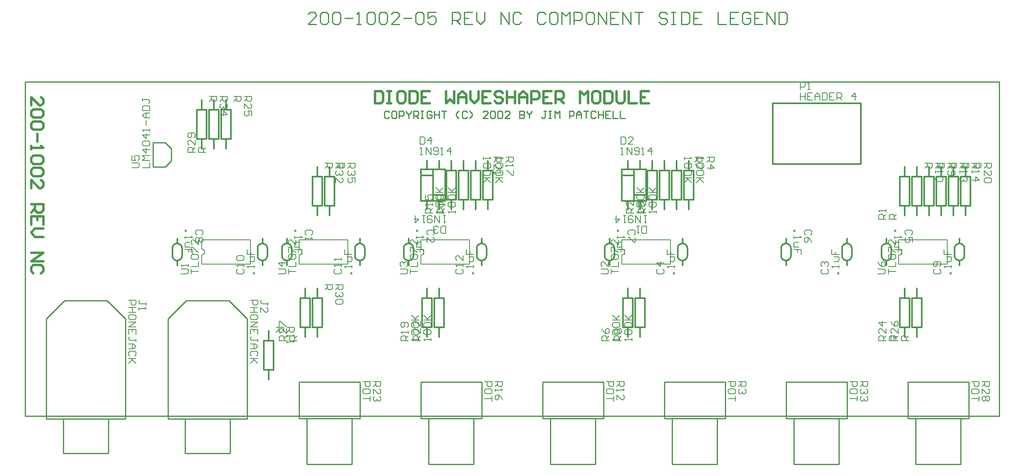
<source format=gto>
*%FSLAX23Y23*%
*%MOIN*%
G01*
%ADD11C,0.006*%
%ADD12C,0.007*%
%ADD13C,0.008*%
%ADD14C,0.010*%
%ADD15C,0.012*%
%ADD16C,0.020*%
%ADD17C,0.025*%
%ADD18C,0.028*%
%ADD19C,0.032*%
%ADD20C,0.036*%
%ADD21C,0.045*%
%ADD22C,0.048*%
%ADD23C,0.050*%
%ADD24C,0.052*%
%ADD25C,0.055*%
%ADD26C,0.056*%
%ADD27C,0.059*%
%ADD28C,0.060*%
%ADD29C,0.061*%
%ADD30C,0.062*%
%ADD31C,0.068*%
%ADD32C,0.070*%
%ADD33C,0.080*%
%ADD34C,0.090*%
%ADD35C,0.095*%
%ADD36C,0.115*%
%ADD37C,0.120*%
%ADD38C,0.125*%
%ADD39C,0.126*%
%ADD40C,0.131*%
%ADD41C,0.150*%
%ADD42C,0.156*%
%ADD43R,0.062X0.062*%
%ADD44R,0.068X0.068*%
D11*
X7467Y7994D02*
X7477D01*
Y7984D01*
X7467D01*
Y7994D01*
Y7944D02*
Y7924D01*
Y7934D01*
X7527D01*
X7528D01*
X7527D02*
X7517Y7944D01*
X7507Y7894D02*
X7477D01*
X7467Y7884D01*
Y7854D01*
X7507D01*
X7527Y7834D02*
Y7794D01*
Y7834D02*
X7497D01*
Y7814D01*
Y7834D01*
X7467D01*
X7603Y7954D02*
X7613Y7964D01*
Y7984D01*
X7603Y7994D01*
X7563D01*
X7553Y7984D01*
Y7964D01*
X7563Y7954D01*
X7603Y7934D02*
X7613Y7924D01*
Y7904D01*
X7603Y7894D01*
X7593D01*
X7583Y7904D01*
X7573Y7894D01*
X7563D01*
X7553Y7904D01*
Y7924D01*
X7563Y7934D01*
X7573D01*
X7583Y7924D01*
X7593Y7934D01*
X7603D01*
X7583Y7924D02*
Y7904D01*
X8025Y7632D02*
X8035D01*
X8025D02*
Y7642D01*
X8035D01*
Y7632D01*
Y7682D02*
Y7702D01*
Y7692D01*
X7975D01*
X7976D01*
X7975D02*
X7985Y7682D01*
X7995Y7732D02*
X8025D01*
X8035Y7742D01*
Y7772D01*
X7995D01*
X7975Y7792D02*
Y7832D01*
Y7792D02*
X8005D01*
Y7812D01*
Y7792D01*
X8035D01*
X7899Y7672D02*
X7889Y7662D01*
Y7642D01*
X7899Y7632D01*
X7939D01*
X7949Y7642D01*
Y7662D01*
X7939Y7672D01*
X7949Y7692D02*
Y7712D01*
Y7702D01*
X7889D01*
X7890D01*
X7889D02*
X7899Y7692D01*
Y7742D02*
X7889Y7752D01*
Y7772D01*
X7899Y7782D01*
X7939D01*
X7949Y7772D01*
Y7752D01*
X7939Y7742D01*
X7899D01*
X8367Y7994D02*
X8377D01*
Y7984D01*
X8367D01*
Y7994D01*
Y7944D02*
Y7924D01*
Y7934D01*
X8427D01*
X8428D01*
X8427D02*
X8417Y7944D01*
X8407Y7894D02*
X8377D01*
X8367Y7884D01*
Y7854D01*
X8407D01*
X8427Y7834D02*
Y7794D01*
Y7834D02*
X8397D01*
Y7814D01*
Y7834D01*
X8367D01*
X8503Y7954D02*
X8513Y7964D01*
Y7984D01*
X8503Y7994D01*
X8463D01*
X8453Y7984D01*
Y7964D01*
X8463Y7954D01*
X8453Y7934D02*
Y7914D01*
Y7924D01*
X8513D01*
X8514D01*
X8513D02*
X8503Y7934D01*
X8825Y7632D02*
X8835D01*
X8825D02*
Y7642D01*
X8835D01*
Y7632D01*
Y7682D02*
Y7702D01*
Y7692D01*
X8775D01*
X8776D01*
X8775D02*
X8785Y7682D01*
X8795Y7732D02*
X8825D01*
X8835Y7742D01*
Y7772D01*
X8795D01*
X8775Y7792D02*
Y7832D01*
Y7792D02*
X8805D01*
Y7812D01*
Y7792D01*
X8835D01*
X8699Y7672D02*
X8689Y7662D01*
Y7642D01*
X8699Y7632D01*
X8739D01*
X8749Y7642D01*
Y7662D01*
X8739Y7672D01*
X8749Y7692D02*
Y7712D01*
Y7702D01*
X8689D01*
X8690D01*
X8689D02*
X8699Y7692D01*
X8749Y7742D02*
Y7762D01*
Y7752D01*
X8689D01*
X8690D01*
X8689D02*
X8699Y7742D01*
X9367Y7994D02*
X9377D01*
Y7984D01*
X9367D01*
Y7994D01*
Y7944D02*
Y7924D01*
Y7934D01*
X9427D01*
X9428D01*
X9427D02*
X9417Y7944D01*
X9407Y7894D02*
X9377D01*
X9367Y7884D01*
Y7854D01*
X9407D01*
X9427Y7834D02*
Y7794D01*
Y7834D02*
X9397D01*
Y7814D01*
Y7834D01*
X9367D01*
X9503Y7954D02*
X9513Y7964D01*
Y7984D01*
X9503Y7994D01*
X9463D01*
X9453Y7984D01*
Y7964D01*
X9463Y7954D01*
X9453Y7934D02*
Y7894D01*
Y7934D02*
X9493Y7894D01*
X9503D01*
X9513Y7904D01*
Y7924D01*
X9503Y7934D01*
X9317Y7672D02*
Y7632D01*
Y7652D02*
Y7672D01*
Y7652D02*
X9377D01*
Y7692D02*
X9317D01*
X9377D02*
Y7732D01*
X9327Y7752D02*
X9317Y7762D01*
Y7782D01*
X9327Y7792D01*
X9367D01*
X9377Y7782D01*
Y7762D01*
X9367Y7752D01*
X9327D01*
X9317Y7812D02*
Y7852D01*
X9327D01*
X9367Y7812D01*
X9377D01*
Y7872D02*
Y7912D01*
Y7872D02*
X9337Y7912D01*
X9327D01*
X9317Y7902D01*
Y7882D01*
X9327Y7872D01*
X9281Y7632D02*
X9231D01*
X9281D02*
X9291Y7642D01*
Y7662D01*
X9281Y7672D01*
X9231D01*
X9241Y7692D02*
X9231Y7702D01*
Y7722D01*
X9241Y7732D01*
X9251D01*
X9252D01*
X9251D02*
X9252D01*
X9251D02*
X9252D01*
X9251D02*
X9261Y7722D01*
Y7712D01*
Y7722D01*
X9271Y7732D01*
X9281D01*
X9291Y7722D01*
Y7702D01*
X9281Y7692D01*
X9825Y7632D02*
X9835D01*
X9825D02*
Y7642D01*
X9835D01*
Y7632D01*
Y7682D02*
Y7702D01*
Y7692D01*
X9775D01*
X9776D01*
X9775D02*
X9785Y7682D01*
X9795Y7732D02*
X9825D01*
X9835Y7742D01*
Y7772D01*
X9795D01*
X9775Y7792D02*
Y7832D01*
Y7792D02*
X9805D01*
Y7812D01*
Y7792D01*
X9835D01*
X9699Y7672D02*
X9689Y7662D01*
Y7642D01*
X9699Y7632D01*
X9739D01*
X9749Y7642D01*
Y7662D01*
X9739Y7672D01*
X9749Y7692D02*
Y7712D01*
Y7702D01*
X9689D01*
X9690D01*
X9689D02*
X9699Y7692D01*
X9749Y7742D02*
Y7782D01*
Y7742D02*
X9709Y7782D01*
X9699D01*
X9689Y7772D01*
Y7752D01*
X9699Y7742D01*
X13292Y7994D02*
X13302D01*
Y7984D01*
X13292D01*
Y7994D01*
Y7944D02*
Y7924D01*
Y7934D01*
X13352D01*
X13353D01*
X13352D02*
X13342Y7944D01*
X13332Y7894D02*
X13302D01*
X13292Y7884D01*
Y7854D01*
X13332D01*
X13352Y7834D02*
Y7794D01*
Y7834D02*
X13322D01*
Y7814D01*
Y7834D01*
X13292D01*
X13428Y7954D02*
X13438Y7964D01*
Y7984D01*
X13428Y7994D01*
X13388D01*
X13378Y7984D01*
Y7964D01*
X13388Y7954D01*
X13438Y7934D02*
Y7894D01*
Y7934D02*
X13408D01*
X13418Y7914D01*
Y7904D01*
X13408Y7894D01*
X13388D01*
X13378Y7904D01*
Y7924D01*
X13388Y7934D01*
X13750Y7632D02*
X13760D01*
X13750D02*
Y7642D01*
X13760D01*
Y7632D01*
Y7682D02*
Y7702D01*
Y7692D01*
X13700D01*
X13701D01*
X13700D02*
X13710Y7682D01*
X13720Y7732D02*
X13750D01*
X13760Y7742D01*
Y7772D01*
X13720D01*
X13700Y7792D02*
Y7832D01*
Y7792D02*
X13730D01*
Y7812D01*
Y7792D01*
X13760D01*
X13624Y7672D02*
X13614Y7662D01*
Y7642D01*
X13624Y7632D01*
X13664D01*
X13674Y7642D01*
Y7662D01*
X13664Y7672D01*
Y7692D02*
X13674Y7702D01*
Y7722D01*
X13664Y7732D01*
X13624D01*
X13614Y7722D01*
Y7702D01*
X13624Y7692D01*
X13634D01*
X13644Y7702D01*
Y7732D01*
X11027Y7994D02*
X11017D01*
X11027D02*
Y7984D01*
X11017D01*
Y7994D01*
Y7944D02*
Y7924D01*
Y7934D01*
X11077D01*
X11078D01*
X11077D02*
X11067Y7944D01*
X11057Y7894D02*
X11027D01*
X11017Y7884D01*
Y7854D01*
X11057D01*
X11077Y7834D02*
Y7794D01*
Y7834D02*
X11047D01*
Y7814D01*
Y7834D01*
X11017D01*
X11153Y7954D02*
X11163Y7964D01*
Y7984D01*
X11153Y7994D01*
X11113D01*
X11103Y7984D01*
Y7964D01*
X11113Y7954D01*
X11163Y7934D02*
Y7894D01*
X11153D01*
X11113Y7934D01*
X11103D01*
X11475Y7632D02*
X11485D01*
X11475D02*
Y7642D01*
X11485D01*
Y7632D01*
Y7682D02*
Y7702D01*
Y7692D01*
X11425D01*
X11426D01*
X11425D02*
X11435Y7682D01*
X11445Y7732D02*
X11475D01*
X11485Y7742D01*
Y7772D01*
X11445D01*
X11425Y7792D02*
Y7832D01*
Y7792D02*
X11455D01*
Y7812D01*
Y7792D01*
X11485D01*
X11349Y7672D02*
X11339Y7662D01*
Y7642D01*
X11349Y7632D01*
X11389D01*
X11399Y7642D01*
Y7662D01*
X11389Y7672D01*
X11399Y7722D02*
X11339D01*
X11369Y7692D01*
Y7732D01*
X8277Y7194D02*
X8217D01*
X8277D02*
Y7164D01*
X8267Y7154D01*
X8247D01*
X8237Y7164D01*
Y7194D01*
Y7174D02*
X8217Y7154D01*
X8303Y7194D02*
X8363D01*
Y7164D01*
X8353Y7154D01*
X8333D01*
X8323Y7164D01*
Y7194D01*
Y7174D02*
X8303Y7154D01*
Y7134D02*
Y7114D01*
Y7124D01*
X8363D01*
X8364D01*
X8363D02*
X8353Y7134D01*
X8303Y7084D02*
Y7064D01*
Y7074D01*
X8363D01*
X8364D01*
X8363D02*
X8353Y7084D01*
X13250Y8082D02*
X13310D01*
X13250D02*
Y8112D01*
X13260Y8122D01*
X13280D01*
X13290Y8112D01*
Y8082D01*
Y8102D02*
X13310Y8122D01*
X13224Y8082D02*
X13164D01*
Y8112D01*
X13174Y8122D01*
X13194D01*
X13204Y8112D01*
Y8082D01*
Y8102D02*
X13224Y8122D01*
Y8142D02*
Y8162D01*
Y8152D01*
X13164D01*
X13165D01*
X13164D02*
X13174Y8142D01*
X7927Y9094D02*
X7867D01*
X7927D02*
Y9064D01*
X7917Y9054D01*
X7897D01*
X7887Y9064D01*
Y9094D01*
Y9074D02*
X7867Y9054D01*
X7953Y9094D02*
X8013D01*
Y9064D01*
X8003Y9054D01*
X7983D01*
X7973Y9064D01*
Y9094D01*
Y9074D02*
X7953Y9054D01*
Y9034D02*
Y8994D01*
Y9034D02*
X7993Y8994D01*
X8003D01*
X8013Y9004D01*
Y9024D01*
X8003Y9034D01*
X8013Y8974D02*
Y8934D01*
Y8974D02*
X7983D01*
X7993Y8954D01*
Y8944D01*
X7983Y8934D01*
X7963D01*
X7953Y8944D01*
Y8964D01*
X7963Y8974D01*
X8717Y8544D02*
X8777D01*
Y8514D01*
X8767Y8504D01*
X8747D01*
X8737Y8514D01*
Y8544D01*
Y8524D02*
X8717Y8504D01*
X8803Y8544D02*
X8863D01*
Y8514D01*
X8853Y8504D01*
X8833D01*
X8823Y8514D01*
Y8544D01*
Y8524D02*
X8803Y8504D01*
X8853Y8484D02*
X8863Y8474D01*
Y8454D01*
X8853Y8444D01*
X8843D01*
X8844D01*
X8843D02*
X8844D01*
X8843D02*
X8844D01*
X8843D02*
X8833Y8454D01*
Y8464D01*
Y8454D01*
X8823Y8444D01*
X8813D01*
X8803Y8454D01*
Y8474D01*
X8813Y8484D01*
X8863Y8424D02*
Y8384D01*
Y8424D02*
X8833D01*
X8843Y8404D01*
Y8394D01*
X8833Y8384D01*
X8813D01*
X8803Y8394D01*
Y8414D01*
X8813Y8424D01*
X8677Y8544D02*
X8617D01*
X8677D02*
Y8514D01*
X8667Y8504D01*
X8647D01*
X8637Y8514D01*
Y8544D01*
Y8524D02*
X8617Y8504D01*
X8703Y8544D02*
X8763D01*
Y8514D01*
X8753Y8504D01*
X8733D01*
X8723Y8514D01*
Y8544D01*
Y8524D02*
X8703Y8504D01*
X8753Y8484D02*
X8763Y8474D01*
Y8454D01*
X8753Y8444D01*
X8743D01*
X8744D01*
X8743D02*
X8744D01*
X8743D02*
X8744D01*
X8743D02*
X8733Y8454D01*
Y8464D01*
Y8454D01*
X8723Y8444D01*
X8713D01*
X8703Y8454D01*
Y8474D01*
X8713Y8484D01*
X8703Y8424D02*
Y8384D01*
Y8424D02*
X8743Y8384D01*
X8753D01*
X8763Y8394D01*
Y8414D01*
X8753Y8424D01*
X8385Y7082D02*
X8325D01*
Y7112D01*
X8335Y7122D01*
X8355D01*
X8365Y7112D01*
Y7082D01*
Y7102D02*
X8385Y7122D01*
X8299Y7082D02*
X8239D01*
Y7112D01*
X8249Y7122D01*
X8269D01*
X8279Y7112D01*
Y7082D01*
Y7102D02*
X8299Y7122D01*
Y7142D02*
Y7182D01*
Y7142D02*
X8259Y7182D01*
X8249D01*
X8239Y7172D01*
Y7152D01*
X8249Y7142D01*
X8239Y7202D02*
Y7242D01*
X8249D01*
X8289Y7202D01*
X8299D01*
X8617Y7544D02*
X8677D01*
Y7514D01*
X8667Y7504D01*
X8647D01*
X8637Y7514D01*
Y7544D01*
Y7524D02*
X8617Y7504D01*
X8703Y7544D02*
X8763D01*
Y7514D01*
X8753Y7504D01*
X8733D01*
X8723Y7514D01*
Y7544D01*
Y7524D02*
X8703Y7504D01*
X8753Y7484D02*
X8763Y7474D01*
Y7454D01*
X8753Y7444D01*
X8743D01*
X8744D01*
X8743D02*
X8744D01*
X8743D02*
X8744D01*
X8743D02*
X8733Y7454D01*
Y7464D01*
Y7454D01*
X8723Y7444D01*
X8713D01*
X8703Y7454D01*
Y7474D01*
X8713Y7484D01*
X8753Y7424D02*
X8763Y7414D01*
Y7394D01*
X8753Y7384D01*
X8713D01*
X8703Y7394D01*
Y7414D01*
X8713Y7424D01*
X8753D01*
X8317Y7632D02*
Y7672D01*
Y7652D01*
X8377D01*
Y7692D02*
X8317D01*
X8377D02*
Y7732D01*
X8327Y7752D02*
X8317Y7762D01*
Y7782D01*
X8327Y7792D01*
X8367D01*
X8377Y7782D01*
Y7762D01*
X8367Y7752D01*
X8327D01*
X8317Y7812D02*
Y7852D01*
X8327D01*
X8367Y7812D01*
X8377D01*
Y7872D02*
Y7912D01*
Y7872D02*
X8337Y7912D01*
X8327D01*
X8317Y7902D01*
Y7882D01*
X8327Y7872D01*
X8281Y7632D02*
X8231D01*
X8281D02*
X8291Y7642D01*
Y7662D01*
X8281Y7672D01*
X8231D01*
Y7722D02*
X8291D01*
X8261Y7692D02*
X8231Y7722D01*
X8261Y7732D02*
Y7692D01*
X7635Y8632D02*
X7575D01*
Y8662D01*
X7585Y8672D01*
X7605D01*
X7615Y8662D01*
Y8632D01*
Y8652D02*
X7635Y8672D01*
X7549Y8632D02*
X7489D01*
Y8662D01*
X7499Y8672D01*
X7519D01*
X7529Y8662D01*
Y8632D01*
Y8652D02*
X7549Y8672D01*
Y8692D02*
Y8732D01*
Y8692D02*
X7509Y8732D01*
X7499D01*
X7489Y8722D01*
Y8702D01*
X7499Y8692D01*
X7539Y8752D02*
X7549Y8762D01*
Y8782D01*
X7539Y8792D01*
X7499D01*
X7489Y8782D01*
Y8762D01*
X7499Y8752D01*
X7509D01*
X7519Y8762D01*
Y8792D01*
X7667Y9094D02*
X7727D01*
Y9064D01*
X7717Y9054D01*
X7697D01*
X7687Y9064D01*
Y9094D01*
Y9074D02*
X7667Y9054D01*
X7753Y9094D02*
X7813D01*
Y9064D01*
X7803Y9054D01*
X7783D01*
X7773Y9064D01*
Y9094D01*
Y9074D02*
X7753Y9054D01*
X7803Y9034D02*
X7813Y9024D01*
Y9004D01*
X7803Y8994D01*
X7793D01*
X7794D01*
X7793D02*
X7794D01*
X7793D02*
X7794D01*
X7793D02*
X7783Y9004D01*
Y9014D01*
Y9004D01*
X7773Y8994D01*
X7763D01*
X7753Y9004D01*
Y9024D01*
X7763Y9034D01*
X7753Y8944D02*
X7813D01*
X7783Y8974D01*
Y8934D01*
X7176Y8508D02*
X7116D01*
X7176D02*
Y8548D01*
Y8568D02*
X7116D01*
X7136Y8588D01*
X7116Y8608D01*
X7176D01*
Y8658D02*
X7116D01*
X7146Y8628D01*
Y8668D01*
X7126Y8688D02*
X7116Y8698D01*
Y8718D01*
X7126Y8728D01*
X7166D01*
X7176Y8718D01*
Y8698D01*
X7166Y8688D01*
X7126D01*
X7116Y8778D02*
X7176D01*
X7146Y8748D02*
X7116Y8778D01*
X7146Y8788D02*
Y8748D01*
X7176Y8808D02*
Y8828D01*
Y8818D01*
X7116D01*
X7117D01*
X7116D02*
X7126Y8808D01*
X7146Y8858D02*
Y8898D01*
X7136Y8918D02*
X7176D01*
X7136D02*
X7116Y8938D01*
X7136Y8958D01*
X7176D01*
X7146D01*
Y8918D01*
X7116Y8978D02*
X7176D01*
Y9008D01*
X7166Y9018D01*
X7126D01*
X7116Y9008D01*
Y8978D01*
Y9058D02*
Y9078D01*
Y9068D02*
Y9058D01*
Y9068D02*
X7166D01*
X7176Y9058D01*
Y9048D01*
X7166Y9038D01*
X7080Y8508D02*
X7030D01*
X7080D02*
X7090Y8518D01*
Y8538D01*
X7080Y8548D01*
X7030D01*
Y8568D02*
Y8608D01*
Y8568D02*
X7060D01*
X7050Y8588D01*
Y8598D01*
X7060Y8608D01*
X7080D01*
X7090Y8598D01*
Y8578D01*
X7080Y8568D01*
X7517Y7672D02*
Y7632D01*
Y7652D02*
Y7672D01*
Y7652D02*
X7577D01*
Y7692D02*
X7517D01*
X7577D02*
Y7732D01*
X7527Y7752D02*
X7517Y7762D01*
Y7782D01*
X7527Y7792D01*
X7567D01*
X7577Y7782D01*
Y7762D01*
X7567Y7752D01*
X7527D01*
X7517Y7812D02*
Y7852D01*
X7527D01*
X7567Y7812D01*
X7577D01*
Y7872D02*
Y7912D01*
Y7872D02*
X7537Y7912D01*
X7527D01*
X7517Y7902D01*
Y7882D01*
X7527Y7872D01*
X7481Y7632D02*
X7431D01*
X7481D02*
X7491Y7642D01*
Y7662D01*
X7481Y7672D01*
X7431D01*
X7491Y7692D02*
Y7712D01*
Y7702D01*
X7431D01*
X7432D01*
X7431D02*
X7441Y7692D01*
X9485Y7102D02*
Y7082D01*
Y7092D02*
Y7102D01*
Y7092D02*
X9425D01*
X9426D01*
X9425D02*
X9435Y7082D01*
Y7132D02*
X9425Y7142D01*
Y7162D01*
X9435Y7172D01*
X9475D01*
X9485Y7162D01*
Y7142D01*
X9475Y7132D01*
X9435D01*
Y7192D02*
X9425Y7202D01*
Y7222D01*
X9435Y7232D01*
X9475D01*
X9485Y7222D01*
Y7202D01*
X9475Y7192D01*
X9435D01*
X9425Y7252D02*
X9485D01*
X9465D01*
X9425Y7292D01*
X9455Y7262D01*
X9485Y7292D01*
X9399Y7082D02*
X9339D01*
Y7112D01*
X9349Y7122D01*
X9369D01*
X9379Y7112D01*
Y7082D01*
Y7102D02*
X9399Y7122D01*
Y7142D02*
Y7182D01*
Y7142D02*
X9359Y7182D01*
X9349D01*
X9339Y7172D01*
Y7152D01*
X9349Y7142D01*
X9399Y7202D02*
Y7242D01*
Y7202D02*
X9359Y7242D01*
X9349D01*
X9339Y7232D01*
Y7212D01*
X9349Y7202D01*
X9385Y7102D02*
Y7082D01*
Y7092D02*
Y7102D01*
Y7092D02*
X9325D01*
X9326D01*
X9325D02*
X9335Y7082D01*
Y7132D02*
X9325Y7142D01*
Y7162D01*
X9335Y7172D01*
X9375D01*
X9385Y7162D01*
Y7142D01*
X9375Y7132D01*
X9335D01*
Y7192D02*
X9325Y7202D01*
Y7222D01*
X9335Y7232D01*
X9375D01*
X9385Y7222D01*
Y7202D01*
X9375Y7192D01*
X9335D01*
X9325Y7252D02*
X9385D01*
X9365D01*
X9325Y7292D01*
X9355Y7262D01*
X9385Y7292D01*
X9299Y7082D02*
X9239D01*
Y7112D01*
X9249Y7122D01*
X9269D01*
X9279Y7112D01*
Y7082D01*
Y7102D02*
X9299Y7122D01*
Y7142D02*
Y7162D01*
Y7152D01*
X9239D01*
X9240D01*
X9239D02*
X9249Y7142D01*
X9289Y7192D02*
X9299Y7202D01*
Y7222D01*
X9289Y7232D01*
X9249D01*
X9239Y7222D01*
Y7202D01*
X9249Y7192D01*
X9259D01*
X9269Y7202D01*
Y7232D01*
X9917Y8574D02*
Y8594D01*
Y8584D02*
Y8574D01*
Y8584D02*
X9977D01*
X9978D01*
X9977D02*
X9967Y8594D01*
Y8544D02*
X9977Y8534D01*
Y8514D01*
X9967Y8504D01*
X9927D01*
X9917Y8514D01*
Y8534D01*
X9927Y8544D01*
X9967D01*
Y8484D02*
X9977Y8474D01*
Y8454D01*
X9967Y8444D01*
X9927D01*
X9917Y8454D01*
Y8474D01*
X9927Y8484D01*
X9967D01*
X9977Y8424D02*
X9917D01*
X9937D01*
X9977Y8384D01*
X9947Y8414D01*
X9917Y8384D01*
X10003Y8594D02*
X10063D01*
Y8564D01*
X10053Y8554D01*
X10033D01*
X10023Y8564D01*
Y8594D01*
Y8574D02*
X10003Y8554D01*
Y8534D02*
Y8494D01*
Y8534D02*
X10043Y8494D01*
X10053D01*
X10063Y8504D01*
Y8524D01*
X10053Y8534D01*
X10003Y8474D02*
Y8454D01*
Y8464D01*
X10063D01*
X10064D01*
X10063D02*
X10053Y8474D01*
X10017Y8574D02*
Y8594D01*
Y8584D02*
Y8574D01*
Y8584D02*
X10077D01*
X10078D01*
X10077D02*
X10067Y8594D01*
Y8544D02*
X10077Y8534D01*
Y8514D01*
X10067Y8504D01*
X10027D01*
X10017Y8514D01*
Y8534D01*
X10027Y8544D01*
X10067D01*
Y8484D02*
X10077Y8474D01*
Y8454D01*
X10067Y8444D01*
X10027D01*
X10017Y8454D01*
Y8474D01*
X10027Y8484D01*
X10067D01*
X10077Y8424D02*
X10017D01*
X10037D01*
X10077Y8384D01*
X10047Y8414D01*
X10017Y8384D01*
X10103Y8594D02*
X10163D01*
Y8564D01*
X10153Y8554D01*
X10133D01*
X10123Y8564D01*
Y8594D01*
Y8574D02*
X10103Y8554D01*
Y8534D02*
Y8514D01*
Y8524D01*
X10163D01*
X10164D01*
X10163D02*
X10153Y8534D01*
X10163Y8484D02*
Y8444D01*
X10153D01*
X10113Y8484D01*
X10103D01*
X9685Y8152D02*
Y8132D01*
Y8142D02*
Y8152D01*
Y8142D02*
X9625D01*
X9626D01*
X9625D02*
X9635Y8132D01*
Y8182D02*
X9625Y8192D01*
Y8212D01*
X9635Y8222D01*
X9675D01*
X9685Y8212D01*
Y8192D01*
X9675Y8182D01*
X9635D01*
Y8242D02*
X9625Y8252D01*
Y8272D01*
X9635Y8282D01*
X9675D01*
X9685Y8272D01*
Y8252D01*
X9675Y8242D01*
X9635D01*
X9625Y8302D02*
X9685D01*
X9665D01*
X9625Y8342D01*
X9655Y8312D01*
X9685Y8342D01*
X9599Y8132D02*
X9539D01*
Y8162D01*
X9549Y8172D01*
X9569D01*
X9579Y8162D01*
Y8132D01*
Y8152D02*
X9599Y8172D01*
Y8192D02*
Y8212D01*
Y8202D01*
X9539D01*
X9540D01*
X9539D02*
X9549Y8192D01*
Y8242D02*
X9539Y8252D01*
Y8272D01*
X9549Y8282D01*
X9559D01*
X9569Y8272D01*
X9579Y8282D01*
X9589D01*
X9599Y8272D01*
Y8252D01*
X9589Y8242D01*
X9579D01*
X9569Y8252D01*
X9559Y8242D01*
X9549D01*
X9569Y8252D02*
Y8272D01*
X9585Y8152D02*
Y8132D01*
Y8142D02*
Y8152D01*
Y8142D02*
X9525D01*
X9526D01*
X9525D02*
X9535Y8132D01*
Y8182D02*
X9525Y8192D01*
Y8212D01*
X9535Y8222D01*
X9575D01*
X9585Y8212D01*
Y8192D01*
X9575Y8182D01*
X9535D01*
Y8242D02*
X9525Y8252D01*
Y8272D01*
X9535Y8282D01*
X9575D01*
X9585Y8272D01*
Y8252D01*
X9575Y8242D01*
X9535D01*
X9525Y8302D02*
X9585D01*
X9565D01*
X9525Y8342D01*
X9555Y8312D01*
X9585Y8342D01*
X9499Y8132D02*
X9439D01*
Y8162D01*
X9449Y8172D01*
X9469D01*
X9479Y8162D01*
Y8132D01*
Y8152D02*
X9499Y8172D01*
Y8192D02*
Y8212D01*
Y8202D01*
X9439D01*
X9440D01*
X9439D02*
X9449Y8192D01*
X9439Y8242D02*
Y8282D01*
Y8242D02*
X9469D01*
X9459Y8262D01*
Y8272D01*
X9469Y8282D01*
X9489D01*
X9499Y8272D01*
Y8252D01*
X9489Y8242D01*
X9415Y8614D02*
X9395D01*
X9405D02*
X9415D01*
X9405D02*
Y8674D01*
X9406D01*
X9405D02*
X9395Y8664D01*
X9445Y8674D02*
Y8614D01*
X9485D02*
X9445Y8674D01*
X9485D02*
Y8614D01*
X9505Y8624D02*
X9515Y8614D01*
X9535D01*
X9545Y8624D01*
Y8664D01*
X9535Y8674D01*
X9515D01*
X9505Y8664D01*
Y8654D01*
X9515Y8644D01*
X9545D01*
X9565Y8614D02*
X9585D01*
X9575D01*
Y8674D01*
X9576D01*
X9575D02*
X9565Y8664D01*
X9645Y8674D02*
Y8614D01*
X9615Y8644D02*
X9645Y8674D01*
X9655Y8644D02*
X9615D01*
X9395Y8700D02*
Y8760D01*
Y8700D02*
X9425D01*
X9435Y8710D01*
Y8750D01*
X9425Y8760D01*
X9395D01*
X9485D02*
Y8700D01*
X9455Y8730D02*
X9485Y8760D01*
X9495Y8730D02*
X9455D01*
X9587Y8112D02*
X9607D01*
X9597D02*
X9587D01*
X9597D02*
Y8052D01*
X9598D01*
X9597D02*
X9607Y8062D01*
X9557Y8052D02*
Y8112D01*
X9517D02*
X9557Y8052D01*
X9517D02*
Y8112D01*
X9497Y8102D02*
X9487Y8112D01*
X9467D01*
X9457Y8102D01*
Y8062D01*
X9467Y8052D01*
X9487D01*
X9497Y8062D01*
Y8072D01*
X9487Y8082D01*
X9457D01*
X9437Y8112D02*
X9417D01*
X9427D01*
Y8052D01*
X9428D01*
X9427D02*
X9437Y8062D01*
X9357Y8052D02*
Y8112D01*
X9387Y8082D02*
X9357Y8052D01*
X9347Y8082D02*
X9387D01*
X9607Y8026D02*
Y7966D01*
Y8026D02*
X9577D01*
X9567Y8016D01*
Y7976D01*
X9577Y7966D01*
X9607D01*
X9547Y7976D02*
X9537Y7966D01*
X9517D01*
X9507Y7976D01*
Y7986D01*
X9508D01*
X9507D02*
X9508D01*
X9507D02*
X9508D01*
X9507D02*
X9517Y7996D01*
X9527D01*
X9517D01*
X9507Y8006D01*
Y8016D01*
X9517Y8026D01*
X9537D01*
X9547Y8016D01*
X11035Y7102D02*
Y7082D01*
Y7092D02*
Y7102D01*
Y7092D02*
X10975D01*
X10976D01*
X10975D02*
X10985Y7082D01*
Y7132D02*
X10975Y7142D01*
Y7162D01*
X10985Y7172D01*
X11025D01*
X11035Y7162D01*
Y7142D01*
X11025Y7132D01*
X10985D01*
Y7192D02*
X10975Y7202D01*
Y7222D01*
X10985Y7232D01*
X11025D01*
X11035Y7222D01*
Y7202D01*
X11025Y7192D01*
X10985D01*
X10975Y7252D02*
X11035D01*
X11015D01*
X10975Y7292D01*
X11005Y7262D01*
X11035Y7292D01*
X10949Y7082D02*
X10889D01*
Y7112D01*
X10899Y7122D01*
X10919D01*
X10929Y7112D01*
Y7082D01*
Y7102D02*
X10949Y7122D01*
X10899Y7162D02*
X10889Y7182D01*
X10899Y7162D02*
X10919Y7142D01*
X10939D01*
X10949Y7152D01*
Y7172D01*
X10939Y7182D01*
X10929D01*
X10919Y7172D01*
Y7142D01*
X11135Y7102D02*
Y7082D01*
Y7092D02*
Y7102D01*
Y7092D02*
X11075D01*
X11076D01*
X11075D02*
X11085Y7082D01*
Y7132D02*
X11075Y7142D01*
Y7162D01*
X11085Y7172D01*
X11125D01*
X11135Y7162D01*
Y7142D01*
X11125Y7132D01*
X11085D01*
Y7192D02*
X11075Y7202D01*
Y7222D01*
X11085Y7232D01*
X11125D01*
X11135Y7222D01*
Y7202D01*
X11125Y7192D01*
X11085D01*
X11075Y7252D02*
X11135D01*
X11115D01*
X11075Y7292D01*
X11105Y7262D01*
X11135Y7292D01*
X11049Y7082D02*
X10989D01*
Y7112D01*
X10999Y7122D01*
X11019D01*
X11029Y7112D01*
Y7082D01*
Y7102D02*
X11049Y7122D01*
X10999Y7142D02*
X10989Y7152D01*
Y7172D01*
X10999Y7182D01*
X11009D01*
X11019Y7172D01*
X11029Y7182D01*
X11039D01*
X11049Y7172D01*
Y7152D01*
X11039Y7142D01*
X11029D01*
X11019Y7152D01*
X11009Y7142D01*
X10999D01*
X11019Y7152D02*
Y7172D01*
X11667Y8574D02*
Y8594D01*
Y8584D02*
Y8574D01*
Y8584D02*
X11727D01*
X11728D01*
X11727D02*
X11717Y8594D01*
Y8544D02*
X11727Y8534D01*
Y8514D01*
X11717Y8504D01*
X11677D01*
X11667Y8514D01*
Y8534D01*
X11677Y8544D01*
X11717D01*
Y8484D02*
X11727Y8474D01*
Y8454D01*
X11717Y8444D01*
X11677D01*
X11667Y8454D01*
Y8474D01*
X11677Y8484D01*
X11717D01*
X11727Y8424D02*
X11667D01*
X11687D01*
X11727Y8384D01*
X11697Y8414D01*
X11667Y8384D01*
X11753Y8594D02*
X11813D01*
Y8564D01*
X11803Y8554D01*
X11783D01*
X11773Y8564D01*
Y8594D01*
Y8574D02*
X11753Y8554D01*
Y8504D02*
X11813D01*
X11783Y8534D01*
Y8494D01*
X11567Y8574D02*
Y8594D01*
Y8584D02*
Y8574D01*
Y8584D02*
X11627D01*
X11628D01*
X11627D02*
X11617Y8594D01*
Y8544D02*
X11627Y8534D01*
Y8514D01*
X11617Y8504D01*
X11577D01*
X11567Y8514D01*
Y8534D01*
X11577Y8544D01*
X11617D01*
Y8484D02*
X11627Y8474D01*
Y8454D01*
X11617Y8444D01*
X11577D01*
X11567Y8454D01*
Y8474D01*
X11577Y8484D01*
X11617D01*
X11627Y8424D02*
X11567D01*
X11587D01*
X11627Y8384D01*
X11597Y8414D01*
X11567Y8384D01*
X11653Y8594D02*
X11713D01*
Y8564D01*
X11703Y8554D01*
X11683D01*
X11673Y8564D01*
Y8594D01*
Y8574D02*
X11653Y8554D01*
X11713Y8534D02*
Y8494D01*
X11703D01*
X11663Y8534D01*
X11653D01*
X11335Y8152D02*
Y8132D01*
Y8142D02*
Y8152D01*
Y8142D02*
X11275D01*
X11276D01*
X11275D02*
X11285Y8132D01*
Y8182D02*
X11275Y8192D01*
Y8212D01*
X11285Y8222D01*
X11325D01*
X11335Y8212D01*
Y8192D01*
X11325Y8182D01*
X11285D01*
Y8242D02*
X11275Y8252D01*
Y8272D01*
X11285Y8282D01*
X11325D01*
X11335Y8272D01*
Y8252D01*
X11325Y8242D01*
X11285D01*
X11275Y8302D02*
X11335D01*
X11315D01*
X11275Y8342D01*
X11305Y8312D01*
X11335Y8342D01*
X11249Y8132D02*
X11189D01*
Y8162D01*
X11199Y8172D01*
X11219D01*
X11229Y8162D01*
Y8132D01*
Y8152D02*
X11249Y8172D01*
X11189Y8192D02*
Y8232D01*
Y8192D02*
X11219D01*
X11209Y8212D01*
Y8222D01*
X11219Y8232D01*
X11239D01*
X11249Y8222D01*
Y8202D01*
X11239Y8192D01*
X11235Y8152D02*
Y8132D01*
Y8142D02*
Y8152D01*
Y8142D02*
X11175D01*
X11176D01*
X11175D02*
X11185Y8132D01*
Y8182D02*
X11175Y8192D01*
Y8212D01*
X11185Y8222D01*
X11225D01*
X11235Y8212D01*
Y8192D01*
X11225Y8182D01*
X11185D01*
Y8242D02*
X11175Y8252D01*
Y8272D01*
X11185Y8282D01*
X11225D01*
X11235Y8272D01*
Y8252D01*
X11225Y8242D01*
X11185D01*
X11175Y8302D02*
X11235D01*
X11215D01*
X11175Y8342D01*
X11205Y8312D01*
X11235Y8342D01*
X11149Y8132D02*
X11089D01*
Y8162D01*
X11099Y8172D01*
X11119D01*
X11129Y8162D01*
Y8132D01*
Y8152D02*
X11149Y8172D01*
Y8192D02*
Y8232D01*
Y8192D02*
X11109Y8232D01*
X11099D01*
X11089Y8222D01*
Y8202D01*
X11099Y8192D01*
X11065Y8614D02*
X11045D01*
X11055D02*
X11065D01*
X11055D02*
Y8674D01*
X11056D01*
X11055D02*
X11045Y8664D01*
X11095Y8674D02*
Y8614D01*
X11135D02*
X11095Y8674D01*
X11135D02*
Y8614D01*
X11155Y8624D02*
X11165Y8614D01*
X11185D01*
X11195Y8624D01*
Y8664D01*
X11185Y8674D01*
X11165D01*
X11155Y8664D01*
Y8654D01*
X11165Y8644D01*
X11195D01*
X11215Y8614D02*
X11235D01*
X11225D01*
Y8674D01*
X11226D01*
X11225D02*
X11215Y8664D01*
X11295Y8674D02*
Y8614D01*
X11265Y8644D02*
X11295Y8674D01*
X11305Y8644D02*
X11265D01*
X11045Y8700D02*
Y8760D01*
Y8700D02*
X11075D01*
X11085Y8710D01*
Y8750D01*
X11075Y8760D01*
X11045D01*
X11105Y8700D02*
X11145D01*
X11105D02*
X11145Y8740D01*
Y8750D01*
X11135Y8760D01*
X11115D01*
X11105Y8750D01*
X11237Y8112D02*
X11257D01*
X11247D02*
X11237D01*
X11247D02*
Y8052D01*
X11248D01*
X11247D02*
X11257Y8062D01*
X11207Y8052D02*
Y8112D01*
X11167D02*
X11207Y8052D01*
X11167D02*
Y8112D01*
X11147Y8102D02*
X11137Y8112D01*
X11117D01*
X11107Y8102D01*
Y8062D01*
X11117Y8052D01*
X11137D01*
X11147Y8062D01*
Y8072D01*
X11137Y8082D01*
X11107D01*
X11087Y8112D02*
X11067D01*
X11077D01*
Y8052D01*
X11078D01*
X11077D02*
X11087Y8062D01*
X11007Y8052D02*
Y8112D01*
X11037Y8082D02*
X11007Y8052D01*
X10997Y8082D02*
X11037D01*
X11257Y8026D02*
Y7966D01*
Y8026D02*
X11227D01*
X11217Y8016D01*
Y7976D01*
X11227Y7966D01*
X11257D01*
X11197Y8026D02*
X11177D01*
X11187D01*
Y7966D01*
X11188D01*
X11187D02*
X11197Y7976D01*
X8061Y7418D02*
X8001D01*
X8061D02*
Y7388D01*
X8051Y7378D01*
X8031D01*
X8021Y7388D01*
Y7418D01*
X8001Y7358D02*
X8061D01*
X8031D02*
X8001D01*
X8031D02*
Y7318D01*
X8061D01*
X8001D01*
X8061Y7288D02*
Y7268D01*
Y7288D02*
X8051Y7298D01*
X8011D01*
X8001Y7288D01*
Y7268D01*
X8011Y7258D01*
X8051D01*
X8061Y7268D01*
Y7238D02*
X8001D01*
Y7198D02*
X8061Y7238D01*
Y7198D02*
X8001D01*
X8061Y7178D02*
Y7138D01*
Y7178D02*
X8001D01*
Y7138D01*
X8031Y7158D02*
Y7178D01*
X8061Y7098D02*
Y7078D01*
Y7088D02*
Y7098D01*
Y7088D02*
X8011D01*
X8001Y7098D01*
Y7108D01*
X8011Y7118D01*
X8001Y7058D02*
X8041D01*
X8061Y7038D01*
X8041Y7018D01*
X8001D01*
X8031D01*
Y7058D01*
X8061Y6968D02*
X8051Y6958D01*
X8061Y6968D02*
Y6988D01*
X8051Y6998D01*
X8011D01*
X8001Y6988D01*
Y6968D01*
X8011Y6958D01*
X8001Y6938D02*
X8061D01*
X8021D02*
X8001D01*
X8021D02*
X8061Y6898D01*
X8031Y6928D01*
X8001Y6898D01*
X8147Y7378D02*
Y7398D01*
Y7388D01*
X8097D01*
X8087Y7398D01*
Y7408D01*
X8097Y7418D01*
X8087Y7358D02*
Y7318D01*
Y7358D02*
X8127Y7318D01*
X8137D01*
X8147Y7328D01*
Y7348D01*
X8137Y7358D01*
X7061Y7418D02*
X7001D01*
X7061D02*
Y7388D01*
X7051Y7378D01*
X7031D01*
X7021Y7388D01*
Y7418D01*
X7001Y7358D02*
X7061D01*
X7031D02*
X7001D01*
X7031D02*
Y7318D01*
X7061D01*
X7001D01*
X7061Y7288D02*
Y7268D01*
Y7288D02*
X7051Y7298D01*
X7011D01*
X7001Y7288D01*
Y7268D01*
X7011Y7258D01*
X7051D01*
X7061Y7268D01*
Y7238D02*
X7001D01*
Y7198D02*
X7061Y7238D01*
Y7198D02*
X7001D01*
X7061Y7178D02*
Y7138D01*
Y7178D02*
X7001D01*
Y7138D01*
X7031Y7158D02*
Y7178D01*
X7061Y7098D02*
Y7078D01*
Y7088D02*
Y7098D01*
Y7088D02*
X7011D01*
X7001Y7098D01*
Y7108D01*
X7011Y7118D01*
X7001Y7058D02*
X7041D01*
X7061Y7038D01*
X7041Y7018D01*
X7001D01*
X7031D01*
Y7058D01*
X7061Y6968D02*
X7051Y6958D01*
X7061Y6968D02*
Y6988D01*
X7051Y6998D01*
X7011D01*
X7001Y6988D01*
Y6968D01*
X7011Y6958D01*
X7001Y6938D02*
X7061D01*
X7021D02*
X7001D01*
X7021D02*
X7061Y6898D01*
X7031Y6928D01*
X7001Y6898D01*
X7147Y7378D02*
Y7398D01*
Y7388D01*
X7097D01*
X7087Y7398D01*
Y7408D01*
X7097Y7418D01*
X7087Y7358D02*
Y7338D01*
Y7348D01*
X7147D01*
X7148D01*
X7147D02*
X7137Y7358D01*
X12926Y6748D02*
X12986D01*
Y6718D01*
X12976Y6708D01*
X12956D01*
X12946Y6718D01*
Y6748D01*
X12986Y6678D02*
Y6658D01*
Y6678D02*
X12976Y6688D01*
X12936D01*
X12926Y6678D01*
Y6658D01*
X12936Y6648D01*
X12976D01*
X12986Y6658D01*
Y6628D02*
Y6588D01*
Y6608D01*
X12926D01*
X13012Y6748D02*
X13072D01*
Y6718D01*
X13062Y6708D01*
X13042D01*
X13032Y6718D01*
Y6748D01*
Y6728D02*
X13012Y6708D01*
X13062Y6688D02*
X13072Y6678D01*
Y6658D01*
X13062Y6648D01*
X13052D01*
X13053D01*
X13052D02*
X13053D01*
X13052D02*
X13053D01*
X13052D02*
X13042Y6658D01*
Y6668D01*
Y6658D01*
X13032Y6648D01*
X13022D01*
X13012Y6658D01*
Y6678D01*
X13022Y6688D01*
X13062Y6628D02*
X13072Y6618D01*
Y6598D01*
X13062Y6588D01*
X13052D01*
X13053D01*
X13052D02*
X13053D01*
X13052D02*
X13053D01*
X13052D02*
X13042Y6598D01*
Y6608D01*
Y6598D01*
X13032Y6588D01*
X13022D01*
X13012Y6598D01*
Y6618D01*
X13022Y6628D01*
X13926Y6748D02*
X13986D01*
Y6718D01*
X13976Y6708D01*
X13956D01*
X13946Y6718D01*
Y6748D01*
X13986Y6678D02*
Y6658D01*
Y6678D02*
X13976Y6688D01*
X13936D01*
X13926Y6678D01*
Y6658D01*
X13936Y6648D01*
X13976D01*
X13986Y6658D01*
Y6628D02*
Y6588D01*
Y6608D01*
X13926D01*
X14012Y6748D02*
X14072D01*
Y6718D01*
X14062Y6708D01*
X14042D01*
X14032Y6718D01*
Y6748D01*
Y6728D02*
X14012Y6708D01*
Y6688D02*
Y6648D01*
Y6688D02*
X14052Y6648D01*
X14062D01*
X14072Y6658D01*
Y6678D01*
X14062Y6688D01*
Y6628D02*
X14072Y6618D01*
Y6598D01*
X14062Y6588D01*
X14052D01*
X14042Y6598D01*
X14032Y6588D01*
X14022D01*
X14012Y6598D01*
Y6618D01*
X14022Y6628D01*
X14032D01*
X14042Y6618D01*
X14052Y6628D01*
X14062D01*
X14042Y6618D02*
Y6598D01*
X11986Y6748D02*
X11926D01*
X11986D02*
Y6718D01*
X11976Y6708D01*
X11956D01*
X11946Y6718D01*
Y6748D01*
X11986Y6678D02*
Y6658D01*
Y6678D02*
X11976Y6688D01*
X11936D01*
X11926Y6678D01*
Y6658D01*
X11936Y6648D01*
X11976D01*
X11986Y6658D01*
Y6628D02*
Y6588D01*
Y6608D01*
X11926D01*
X12012Y6748D02*
X12072D01*
Y6718D01*
X12062Y6708D01*
X12042D01*
X12032Y6718D01*
Y6748D01*
Y6728D02*
X12012Y6708D01*
X12062Y6688D02*
X12072Y6678D01*
Y6658D01*
X12062Y6648D01*
X12052D01*
X12053D01*
X12052D02*
X12053D01*
X12052D02*
X12053D01*
X12052D02*
X12042Y6658D01*
Y6668D01*
Y6658D01*
X12032Y6648D01*
X12022D01*
X12012Y6658D01*
Y6678D01*
X12022Y6688D01*
X10986Y6748D02*
X10926D01*
X10986D02*
Y6718D01*
X10976Y6708D01*
X10956D01*
X10946Y6718D01*
Y6748D01*
X10986Y6678D02*
Y6658D01*
Y6678D02*
X10976Y6688D01*
X10936D01*
X10926Y6678D01*
Y6658D01*
X10936Y6648D01*
X10976D01*
X10986Y6658D01*
Y6628D02*
Y6588D01*
Y6608D01*
X10926D01*
X11012Y6748D02*
X11072D01*
Y6718D01*
X11062Y6708D01*
X11042D01*
X11032Y6718D01*
Y6748D01*
Y6728D02*
X11012Y6708D01*
Y6688D02*
Y6668D01*
Y6678D01*
X11072D01*
X11073D01*
X11072D02*
X11062Y6688D01*
X11012Y6638D02*
Y6598D01*
Y6638D02*
X11052Y6598D01*
X11062D01*
X11072Y6608D01*
Y6628D01*
X11062Y6638D01*
X9986Y6748D02*
X9926D01*
X9986D02*
Y6718D01*
X9976Y6708D01*
X9956D01*
X9946Y6718D01*
Y6748D01*
X9986Y6678D02*
Y6658D01*
Y6678D02*
X9976Y6688D01*
X9936D01*
X9926Y6678D01*
Y6658D01*
X9936Y6648D01*
X9976D01*
X9986Y6658D01*
Y6628D02*
Y6588D01*
Y6608D01*
X9926D01*
X10012Y6748D02*
X10072D01*
Y6718D01*
X10062Y6708D01*
X10042D01*
X10032Y6718D01*
Y6748D01*
Y6728D02*
X10012Y6708D01*
Y6688D02*
Y6668D01*
Y6678D01*
X10072D01*
X10073D01*
X10072D02*
X10062Y6688D01*
Y6618D02*
X10072Y6598D01*
X10062Y6618D02*
X10042Y6638D01*
X10022D01*
X10012Y6628D01*
Y6608D01*
X10022Y6598D01*
X10032D01*
X10042Y6608D01*
Y6638D01*
X8986Y6748D02*
X8926D01*
X8986D02*
Y6718D01*
X8976Y6708D01*
X8956D01*
X8946Y6718D01*
Y6748D01*
X8986Y6678D02*
Y6658D01*
Y6678D02*
X8976Y6688D01*
X8936D01*
X8926Y6678D01*
Y6658D01*
X8936Y6648D01*
X8976D01*
X8986Y6658D01*
Y6628D02*
Y6588D01*
Y6608D01*
X8926D01*
X9012Y6748D02*
X9072D01*
Y6718D01*
X9062Y6708D01*
X9042D01*
X9032Y6718D01*
Y6748D01*
Y6728D02*
X9012Y6708D01*
Y6688D02*
Y6648D01*
Y6688D02*
X9052Y6648D01*
X9062D01*
X9072Y6658D01*
Y6678D01*
X9062Y6688D01*
Y6628D02*
X9072Y6618D01*
Y6598D01*
X9062Y6588D01*
X9052D01*
X9053D01*
X9052D02*
X9053D01*
X9052D02*
X9053D01*
X9052D02*
X9042Y6598D01*
Y6608D01*
Y6598D01*
X9032Y6588D01*
X9022D01*
X9012Y6598D01*
Y6618D01*
X9022Y6628D01*
X13242Y7632D02*
Y7672D01*
Y7652D01*
X13302D01*
Y7692D02*
X13242D01*
X13302D02*
Y7732D01*
X13252Y7752D02*
X13242Y7762D01*
Y7782D01*
X13252Y7792D01*
X13292D01*
X13302Y7782D01*
Y7762D01*
X13292Y7752D01*
X13252D01*
X13242Y7812D02*
Y7852D01*
X13252D01*
X13292Y7812D01*
X13302D01*
Y7872D02*
Y7912D01*
Y7872D02*
X13262Y7912D01*
X13252D01*
X13242Y7902D01*
Y7882D01*
X13252Y7872D01*
X13206Y7632D02*
X13156D01*
X13206D02*
X13216Y7642D01*
Y7662D01*
X13206Y7672D01*
X13156D01*
X13166Y7712D02*
X13156Y7732D01*
X13166Y7712D02*
X13186Y7692D01*
X13206D01*
X13216Y7702D01*
Y7722D01*
X13206Y7732D01*
X13196D01*
X13186Y7722D01*
Y7692D01*
X13742Y8544D02*
X13802D01*
Y8514D01*
X13792Y8504D01*
X13772D01*
X13762Y8514D01*
Y8544D01*
Y8524D02*
X13742Y8504D01*
X13828Y8544D02*
X13888D01*
Y8514D01*
X13878Y8504D01*
X13858D01*
X13848Y8514D01*
Y8544D01*
Y8524D02*
X13828Y8504D01*
Y8484D02*
Y8464D01*
Y8474D01*
X13888D01*
X13889D01*
X13888D02*
X13878Y8484D01*
Y8434D02*
X13888Y8424D01*
Y8404D01*
X13878Y8394D01*
X13868D01*
X13869D01*
X13868D02*
X13869D01*
X13868D02*
X13869D01*
X13868D02*
X13858Y8404D01*
Y8414D01*
Y8404D01*
X13848Y8394D01*
X13838D01*
X13828Y8404D01*
Y8424D01*
X13838Y8434D01*
X13702Y8544D02*
X13642D01*
X13702D02*
Y8514D01*
X13692Y8504D01*
X13672D01*
X13662Y8514D01*
Y8544D01*
Y8524D02*
X13642Y8504D01*
X13728Y8544D02*
X13788D01*
Y8514D01*
X13778Y8504D01*
X13758D01*
X13748Y8514D01*
Y8544D01*
Y8524D02*
X13728Y8504D01*
X13738Y8484D02*
X13728Y8474D01*
Y8454D01*
X13738Y8444D01*
X13778D01*
X13788Y8454D01*
Y8474D01*
X13778Y8484D01*
X13768D01*
X13758Y8474D01*
Y8444D01*
X13842Y8544D02*
X13902D01*
Y8514D01*
X13892Y8504D01*
X13872D01*
X13862Y8514D01*
Y8544D01*
Y8524D02*
X13842Y8504D01*
X13928Y8544D02*
X13988D01*
Y8514D01*
X13978Y8504D01*
X13958D01*
X13948Y8514D01*
Y8544D01*
Y8524D02*
X13928Y8504D01*
Y8484D02*
Y8464D01*
Y8474D01*
X13988D01*
X13989D01*
X13988D02*
X13978Y8484D01*
X13988Y8404D02*
X13928D01*
X13958Y8434D02*
X13988Y8404D01*
X13958Y8394D02*
Y8434D01*
X13942Y8544D02*
X14002D01*
Y8514D01*
X13992Y8504D01*
X13972D01*
X13962Y8514D01*
Y8544D01*
Y8524D02*
X13942Y8504D01*
X14028Y8544D02*
X14088D01*
Y8514D01*
X14078Y8504D01*
X14058D01*
X14048Y8514D01*
Y8544D01*
Y8524D02*
X14028Y8504D01*
Y8484D02*
Y8444D01*
Y8484D02*
X14068Y8444D01*
X14078D01*
X14088Y8454D01*
Y8474D01*
X14078Y8484D01*
Y8424D02*
X14088Y8414D01*
Y8394D01*
X14078Y8384D01*
X14038D01*
X14028Y8394D01*
Y8414D01*
X14038Y8424D01*
X14078D01*
X13602Y8544D02*
X13542D01*
X13602D02*
Y8514D01*
X13592Y8504D01*
X13572D01*
X13562Y8514D01*
Y8544D01*
Y8524D02*
X13542Y8504D01*
X13628Y8544D02*
X13688D01*
Y8514D01*
X13678Y8504D01*
X13658D01*
X13648Y8514D01*
Y8544D01*
Y8524D02*
X13628Y8504D01*
Y8484D02*
Y8464D01*
Y8474D01*
X13688D01*
X13689D01*
X13688D02*
X13678Y8484D01*
Y8434D02*
X13688Y8424D01*
Y8404D01*
X13678Y8394D01*
X13638D01*
X13628Y8404D01*
Y8424D01*
X13638Y8434D01*
X13678D01*
X13310Y7082D02*
X13250D01*
Y7112D01*
X13260Y7122D01*
X13280D01*
X13290Y7112D01*
Y7082D01*
Y7102D02*
X13310Y7122D01*
X13224Y7082D02*
X13164D01*
Y7112D01*
X13174Y7122D01*
X13194D01*
X13204Y7112D01*
Y7082D01*
Y7102D02*
X13224Y7122D01*
Y7142D02*
Y7182D01*
Y7142D02*
X13184Y7182D01*
X13174D01*
X13164Y7172D01*
Y7152D01*
X13174Y7142D01*
X13164Y7232D02*
X13224D01*
X13194Y7202D02*
X13164Y7232D01*
X13194Y7242D02*
Y7202D01*
X13350Y7082D02*
X13410D01*
X13350D02*
Y7112D01*
X13360Y7122D01*
X13380D01*
X13390Y7112D01*
Y7082D01*
Y7102D02*
X13410Y7122D01*
X13324Y7082D02*
X13264D01*
Y7112D01*
X13274Y7122D01*
X13294D01*
X13304Y7112D01*
Y7082D01*
Y7102D02*
X13324Y7122D01*
Y7142D02*
Y7182D01*
Y7142D02*
X13284Y7182D01*
X13274D01*
X13264Y7172D01*
Y7152D01*
X13274Y7142D01*
Y7222D02*
X13264Y7242D01*
X13274Y7222D02*
X13294Y7202D01*
X13314D01*
X13324Y7212D01*
Y7232D01*
X13314Y7242D01*
X13304D01*
X13294Y7232D01*
Y7202D01*
X10967Y7632D02*
Y7672D01*
Y7652D01*
X11027D01*
Y7692D02*
X10967D01*
X11027D02*
Y7732D01*
X10977Y7752D02*
X10967Y7762D01*
Y7782D01*
X10977Y7792D01*
X11017D01*
X11027Y7782D01*
Y7762D01*
X11017Y7752D01*
X10977D01*
X10967Y7812D02*
Y7852D01*
X10977D01*
X11017Y7812D01*
X11027D01*
Y7872D02*
Y7912D01*
Y7872D02*
X10987Y7912D01*
X10977D01*
X10967Y7902D01*
Y7882D01*
X10977Y7872D01*
X10931Y7632D02*
X10881D01*
X10931D02*
X10941Y7642D01*
Y7662D01*
X10931Y7672D01*
X10881D01*
X10941Y7692D02*
Y7732D01*
Y7692D02*
X10901Y7732D01*
X10891D01*
X10881Y7722D01*
Y7702D01*
X10891Y7692D01*
X12520Y9064D02*
Y9124D01*
Y9094D02*
Y9064D01*
Y9094D02*
X12560D01*
Y9124D01*
Y9064D01*
X12580Y9124D02*
X12620D01*
X12580D02*
Y9064D01*
X12620D01*
X12600Y9094D02*
X12580D01*
X12640Y9104D02*
Y9064D01*
Y9104D02*
X12660Y9124D01*
X12680Y9104D01*
Y9064D01*
Y9094D01*
X12640D01*
X12700Y9124D02*
Y9064D01*
X12730D01*
X12740Y9074D01*
Y9114D01*
X12730Y9124D01*
X12700D01*
X12760D02*
X12800D01*
X12760D02*
Y9064D01*
X12800D01*
X12780Y9094D02*
X12760D01*
X12820Y9064D02*
Y9124D01*
X12850D01*
X12860Y9114D01*
Y9094D01*
X12850Y9084D01*
X12820D01*
X12840D02*
X12860Y9064D01*
X12970D02*
Y9124D01*
X12940Y9094D01*
X12980D01*
X12520Y9150D02*
Y9210D01*
X12550D01*
X12560Y9200D01*
Y9180D01*
X12550Y9170D01*
X12520D01*
X12580Y9150D02*
X12600D01*
X12590D01*
Y9210D01*
X12591D01*
X12590D02*
X12580Y9200D01*
X12477Y7994D02*
X12467D01*
X12477D02*
Y7984D01*
X12467D01*
Y7994D01*
Y7944D02*
Y7924D01*
Y7934D01*
X12527D01*
X12528D01*
X12527D02*
X12517Y7944D01*
X12507Y7894D02*
X12477D01*
X12467Y7884D01*
Y7854D01*
X12507D01*
X12527Y7834D02*
Y7794D01*
Y7834D02*
X12497D01*
Y7814D01*
Y7834D01*
X12467D01*
X12603Y7954D02*
X12613Y7964D01*
Y7984D01*
X12603Y7994D01*
X12563D01*
X12553Y7984D01*
Y7964D01*
X12563Y7954D01*
X12603Y7914D02*
X12613Y7894D01*
X12603Y7914D02*
X12583Y7934D01*
X12563D01*
X12553Y7924D01*
Y7904D01*
X12563Y7894D01*
X12573D01*
X12583Y7904D01*
Y7934D01*
X12825Y7632D02*
X12835D01*
X12825D02*
Y7642D01*
X12835D01*
Y7632D01*
Y7682D02*
Y7702D01*
Y7692D01*
X12775D01*
X12776D01*
X12775D02*
X12785Y7682D01*
X12795Y7732D02*
X12825D01*
X12835Y7742D01*
Y7772D01*
X12795D01*
X12775Y7792D02*
Y7832D01*
Y7792D02*
X12805D01*
Y7812D01*
Y7792D01*
X12835D01*
X12699Y7672D02*
X12689Y7662D01*
Y7642D01*
X12699Y7632D01*
X12739D01*
X12749Y7642D01*
Y7662D01*
X12739Y7672D01*
X12699Y7692D02*
X12689Y7702D01*
Y7722D01*
X12699Y7732D01*
X12709D01*
X12710D01*
X12709D02*
X12710D01*
X12709D02*
X12710D01*
X12709D02*
X12719Y7722D01*
Y7712D01*
Y7722D01*
X12729Y7732D01*
X12739D01*
X12749Y7722D01*
Y7702D01*
X12739Y7692D01*
D13*
X9401Y7788D02*
X9404Y7788D01*
X9407Y7789D01*
X9411Y7790D01*
X9414Y7791D01*
X9416Y7793D01*
X9419Y7795D01*
X9421Y7798D01*
X9423Y7800D01*
X9424Y7803D01*
X9425Y7807D01*
X9426Y7810D01*
X9426Y7813D01*
X9426Y7816D01*
X9425Y7819D01*
X9424Y7823D01*
X9423Y7826D01*
X9421Y7828D01*
X9419Y7831D01*
X9416Y7833D01*
X9414Y7835D01*
X9411Y7836D01*
X9407Y7837D01*
X9404Y7838D01*
X9401Y7838D01*
X9801Y7913D02*
Y7713D01*
X9401Y7838D02*
Y7913D01*
Y7788D02*
Y7713D01*
X9801D01*
Y7913D02*
X9401D01*
X8401Y7838D02*
X8404Y7838D01*
X8407Y7837D01*
X8411Y7836D01*
X8414Y7835D01*
X8416Y7833D01*
X8419Y7831D01*
X8421Y7828D01*
X8423Y7826D01*
X8424Y7823D01*
X8425Y7819D01*
X8426Y7816D01*
X8426Y7813D01*
X8426Y7810D01*
X8425Y7807D01*
X8424Y7803D01*
X8423Y7800D01*
X8421Y7798D01*
X8419Y7795D01*
X8416Y7793D01*
X8414Y7791D01*
X8411Y7790D01*
X8407Y7789D01*
X8404Y7788D01*
X8401Y7788D01*
X8801Y7713D02*
Y7913D01*
X8401D02*
Y7838D01*
Y7788D02*
Y7713D01*
X8801D01*
Y7913D02*
X8401D01*
X7601Y7838D02*
X7604Y7838D01*
X7607Y7837D01*
X7611Y7836D01*
X7614Y7835D01*
X7616Y7833D01*
X7619Y7831D01*
X7621Y7828D01*
X7623Y7826D01*
X7624Y7823D01*
X7625Y7819D01*
X7626Y7816D01*
X7626Y7813D01*
X7626Y7810D01*
X7625Y7807D01*
X7624Y7803D01*
X7623Y7800D01*
X7621Y7798D01*
X7619Y7795D01*
X7616Y7793D01*
X7614Y7791D01*
X7611Y7790D01*
X7607Y7789D01*
X7604Y7788D01*
X7601Y7788D01*
X8001Y7713D02*
Y7913D01*
X7601D02*
Y7838D01*
Y7788D02*
Y7713D01*
X8001D01*
Y7913D02*
X7601D01*
X13326Y7838D02*
X13329Y7838D01*
X13332Y7837D01*
X13336Y7836D01*
X13338Y7835D01*
X13341Y7833D01*
X13344Y7831D01*
X13346Y7828D01*
X13348Y7826D01*
X13349Y7823D01*
X13350Y7819D01*
X13351Y7816D01*
X13351Y7813D01*
X13351Y7810D01*
X13350Y7807D01*
X13349Y7803D01*
X13348Y7800D01*
X13346Y7798D01*
X13344Y7795D01*
X13341Y7793D01*
X13338Y7791D01*
X13336Y7790D01*
X13332Y7789D01*
X13329Y7788D01*
X13326Y7788D01*
X13726Y7713D02*
Y7913D01*
X13326D02*
Y7838D01*
Y7788D02*
Y7713D01*
X13726D01*
Y7913D02*
X13326D01*
X11051Y7838D02*
X11054Y7838D01*
X11057Y7837D01*
X11061Y7836D01*
X11064Y7835D01*
X11066Y7833D01*
X11069Y7831D01*
X11071Y7828D01*
X11073Y7826D01*
X11074Y7823D01*
X11075Y7819D01*
X11076Y7816D01*
X11076Y7813D01*
X11076Y7810D01*
X11075Y7807D01*
X11074Y7803D01*
X11073Y7800D01*
X11071Y7798D01*
X11069Y7795D01*
X11066Y7793D01*
X11064Y7791D01*
X11061Y7790D01*
X11057Y7789D01*
X11054Y7788D01*
X11051Y7788D01*
X11451Y7713D02*
Y7913D01*
X11051D02*
Y7838D01*
Y7788D02*
Y7713D01*
X11451D01*
Y7913D02*
X11051D01*
D14*
X9141Y8963D02*
X9131Y8973D01*
X9111D01*
X9101Y8963D01*
Y8923D01*
X9111Y8913D01*
X9131D01*
X9141Y8923D01*
X9171Y8973D02*
X9191D01*
X9171D02*
X9161Y8963D01*
Y8923D01*
X9171Y8913D01*
X9191D01*
X9201Y8923D01*
Y8963D01*
X9191Y8973D01*
X9221D02*
Y8913D01*
Y8973D02*
X9251D01*
X9261Y8963D01*
Y8943D01*
X9251Y8933D01*
X9221D01*
X9281Y8963D02*
Y8973D01*
Y8963D02*
X9301Y8943D01*
X9321Y8963D01*
Y8973D01*
X9301Y8943D02*
Y8913D01*
X9341D02*
Y8973D01*
X9371D01*
X9381Y8963D01*
Y8943D01*
X9371Y8933D01*
X9341D01*
X9361D02*
X9381Y8913D01*
X9401Y8973D02*
X9421D01*
X9411D01*
Y8913D01*
X9401D01*
X9421D01*
X9481Y8973D02*
X9491Y8963D01*
X9481Y8973D02*
X9461D01*
X9451Y8963D01*
Y8923D01*
X9461Y8913D01*
X9481D01*
X9491Y8923D01*
Y8943D01*
X9471D01*
X9511Y8973D02*
Y8913D01*
Y8943D01*
X9551D01*
Y8973D01*
Y8913D01*
X9571Y8973D02*
X9611D01*
X9591D01*
Y8913D01*
X9691Y8933D02*
X9711Y8913D01*
X9691Y8933D02*
Y8953D01*
X9711Y8973D01*
X9771D02*
X9781Y8963D01*
X9771Y8973D02*
X9751D01*
X9741Y8963D01*
Y8923D01*
X9751Y8913D01*
X9771D01*
X9781Y8923D01*
X9801Y8913D02*
X9821Y8933D01*
Y8953D01*
X9801Y8973D01*
X9911Y8913D02*
X9951D01*
X9911D02*
X9951Y8953D01*
Y8963D01*
X9941Y8973D01*
X9921D01*
X9911Y8963D01*
X9971D02*
X9981Y8973D01*
X10001D01*
X10011Y8963D01*
Y8923D01*
X10001Y8913D01*
X9981D01*
X9971Y8923D01*
Y8963D01*
X10031D02*
X10041Y8973D01*
X10061D01*
X10071Y8963D01*
Y8923D01*
X10061Y8913D01*
X10041D01*
X10031Y8923D01*
Y8963D01*
X10091Y8913D02*
X10131D01*
X10091D02*
X10131Y8953D01*
Y8963D01*
X10121Y8973D01*
X10101D01*
X10091Y8963D01*
X10211Y8973D02*
Y8913D01*
X10241D01*
X10251Y8923D01*
Y8933D01*
X10241Y8943D01*
X10211D01*
X10212D01*
X10211D02*
X10212D01*
X10211D02*
X10212D01*
X10211D02*
X10241D01*
X10251Y8953D01*
Y8963D01*
X10241Y8973D01*
X10211D01*
X10271D02*
Y8963D01*
X10291Y8943D01*
X10311Y8963D01*
Y8973D01*
X10291Y8943D02*
Y8913D01*
X10411Y8973D02*
X10431D01*
X10421D02*
X10411D01*
X10421D02*
Y8923D01*
X10411Y8913D01*
X10401D01*
X10391Y8923D01*
X10451Y8973D02*
X10471D01*
X10461D01*
Y8913D01*
X10451D01*
X10471D01*
X10501D02*
Y8973D01*
X10521Y8953D01*
X10541Y8973D01*
Y8913D01*
X10621D02*
Y8973D01*
X10650D01*
X10660Y8963D01*
Y8943D01*
X10650Y8933D01*
X10621D01*
X10680Y8913D02*
Y8953D01*
X10700Y8973D01*
X10720Y8953D01*
Y8913D01*
Y8943D01*
X10680D01*
X10740Y8973D02*
X10780D01*
X10760D01*
Y8913D01*
X10830Y8973D02*
X10840Y8963D01*
X10830Y8973D02*
X10810D01*
X10800Y8963D01*
Y8923D01*
X10810Y8913D01*
X10830D01*
X10840Y8923D01*
X10860Y8913D02*
Y8973D01*
Y8943D02*
Y8913D01*
Y8943D02*
X10900D01*
Y8973D01*
Y8913D01*
X10920Y8973D02*
X10960D01*
X10920D02*
Y8913D01*
X10960D01*
X10940Y8943D02*
X10920D01*
X10980Y8973D02*
Y8913D01*
X11020D01*
X11040D02*
Y8973D01*
Y8913D02*
X11080D01*
X8543Y9688D02*
X8476D01*
X8543Y9755D01*
Y9771D01*
X8526Y9788D01*
X8493D01*
X8476Y9771D01*
X8576D02*
X8593Y9788D01*
X8626D01*
X8643Y9771D01*
Y9705D01*
X8626Y9688D01*
X8593D01*
X8576Y9705D01*
Y9771D01*
X8676D02*
X8693Y9788D01*
X8726D01*
X8743Y9771D01*
Y9705D01*
X8726Y9688D01*
X8693D01*
X8676Y9705D01*
Y9771D01*
X8776Y9738D02*
X8843D01*
X8876Y9688D02*
X8909D01*
X8893D01*
Y9788D01*
X8894D01*
X8893D02*
X8876Y9771D01*
X8959D02*
X8976Y9788D01*
X9009D01*
X9026Y9771D01*
Y9705D01*
X9009Y9688D01*
X8976D01*
X8959Y9705D01*
Y9771D01*
X9059D02*
X9076Y9788D01*
X9109D01*
X9126Y9771D01*
Y9705D01*
X9109Y9688D01*
X9076D01*
X9059Y9705D01*
Y9771D01*
X9159Y9688D02*
X9226D01*
X9159D02*
X9226Y9755D01*
Y9771D01*
X9209Y9788D01*
X9176D01*
X9159Y9771D01*
X9259Y9738D02*
X9326D01*
X9359Y9771D02*
X9376Y9788D01*
X9409D01*
X9426Y9771D01*
Y9705D01*
X9409Y9688D01*
X9376D01*
X9359Y9705D01*
Y9771D01*
X9459Y9788D02*
X9526D01*
X9459D02*
Y9738D01*
X9492Y9755D01*
X9509D01*
X9526Y9738D01*
Y9705D01*
X9509Y9688D01*
X9476D01*
X9459Y9705D01*
X9659Y9688D02*
Y9788D01*
X9709D01*
X9726Y9771D01*
Y9738D01*
X9709Y9721D01*
X9659D01*
X9692D02*
X9726Y9688D01*
X9759Y9788D02*
X9826D01*
X9759D02*
Y9688D01*
X9826D01*
X9792Y9738D02*
X9759D01*
X9859Y9721D02*
Y9788D01*
Y9721D02*
X9892Y9688D01*
X9926Y9721D01*
Y9788D01*
X10059D02*
Y9688D01*
X10125D02*
X10059Y9788D01*
X10125D02*
Y9688D01*
X10225Y9771D02*
X10209Y9788D01*
X10175D01*
X10159Y9771D01*
Y9705D01*
X10175Y9688D01*
X10209D01*
X10225Y9705D01*
X10409Y9788D02*
X10425Y9771D01*
X10409Y9788D02*
X10375D01*
X10359Y9771D01*
Y9705D01*
X10375Y9688D01*
X10409D01*
X10425Y9705D01*
X10475Y9788D02*
X10509D01*
X10475D02*
X10459Y9771D01*
Y9705D01*
X10475Y9688D01*
X10509D01*
X10525Y9705D01*
Y9771D01*
X10509Y9788D01*
X10559D02*
Y9688D01*
X10592Y9755D02*
X10559Y9788D01*
X10592Y9755D02*
X10625Y9788D01*
Y9688D01*
X10659D02*
Y9788D01*
X10709D01*
X10725Y9771D01*
Y9738D01*
X10709Y9721D01*
X10659D01*
X10775Y9788D02*
X10809D01*
X10775D02*
X10759Y9771D01*
Y9705D01*
X10775Y9688D01*
X10809D01*
X10825Y9705D01*
Y9771D01*
X10809Y9788D01*
X10859D02*
Y9688D01*
X10925D02*
X10859Y9788D01*
X10925D02*
Y9688D01*
X10959Y9788D02*
X11025D01*
X10959D02*
Y9688D01*
X11025D01*
X10992Y9738D02*
X10959D01*
X11058Y9688D02*
Y9788D01*
X11125Y9688D01*
Y9788D01*
X11158D02*
X11225D01*
X11192D01*
Y9688D01*
X11408Y9788D02*
X11425Y9771D01*
X11408Y9788D02*
X11375D01*
X11358Y9771D01*
Y9755D01*
X11375Y9738D01*
X11408D01*
X11425Y9721D01*
Y9705D01*
X11408Y9688D01*
X11375D01*
X11358Y9705D01*
X11458Y9788D02*
X11492D01*
X11475D01*
Y9688D01*
X11458D01*
X11492D01*
X11542D02*
Y9788D01*
Y9688D02*
X11592D01*
X11608Y9705D01*
Y9771D01*
X11592Y9788D01*
X11542D01*
X11642D02*
X11708D01*
X11642D02*
Y9688D01*
X11708D01*
X11675Y9738D02*
X11642D01*
X11842Y9688D02*
Y9788D01*
Y9688D02*
X11908D01*
X11942Y9788D02*
X12008D01*
X11942D02*
Y9688D01*
X12008D01*
X11975Y9738D02*
X11942D01*
X12091Y9788D02*
X12108Y9771D01*
X12091Y9788D02*
X12058D01*
X12042Y9771D01*
Y9705D01*
X12058Y9688D01*
X12091D01*
X12108Y9705D01*
Y9738D01*
X12075D01*
X12141Y9788D02*
X12208D01*
X12141D02*
Y9688D01*
X12208D01*
X12175Y9738D02*
X12141D01*
X12241Y9688D02*
Y9788D01*
X12308Y9688D01*
Y9788D01*
X12341D02*
Y9688D01*
X12391D01*
X12408Y9705D01*
Y9771D01*
X12391Y9788D01*
X12341D01*
X7351Y8663D02*
X7301Y8713D01*
X7351Y8563D02*
X7301Y8513D01*
X7351Y8563D02*
Y8663D01*
X7201Y8713D02*
Y8513D01*
X7301D01*
Y8713D02*
X7201D01*
X7826Y7413D02*
X7976Y7263D01*
X7476Y7413D02*
X7326Y7263D01*
Y6441D01*
X7976D02*
Y7263D01*
X7836Y6438D02*
Y6158D01*
X7466D02*
Y6438D01*
X7476Y7413D02*
X7826D01*
X7976Y6441D02*
X7326D01*
X7466Y6158D02*
X7836D01*
X6976Y7263D02*
X6826Y7413D01*
X6476D02*
X6326Y7263D01*
Y6441D01*
X6976D02*
Y7263D01*
X6836Y6438D02*
Y6158D01*
X6466D02*
Y6438D01*
X6476Y7413D02*
X6826D01*
X6976Y6441D02*
X6326D01*
X6466Y6158D02*
X6836D01*
X12901Y6443D02*
Y6743D01*
X12401D02*
Y6443D01*
X12836D02*
Y6068D01*
X12466D02*
Y6443D01*
X12401D02*
X12901D01*
Y6743D02*
X12401D01*
X12466Y6068D02*
X12836D01*
X13901Y6443D02*
Y6743D01*
X13401D02*
Y6443D01*
X13836D02*
Y6068D01*
X13466D02*
Y6443D01*
X13401D02*
X13901D01*
Y6743D02*
X13401D01*
X13466Y6068D02*
X13836D01*
X11901Y6443D02*
Y6743D01*
X11401D02*
Y6443D01*
X11836D02*
Y6068D01*
X11466D02*
Y6443D01*
X11401D02*
X11901D01*
Y6743D02*
X11401D01*
X11466Y6068D02*
X11836D01*
X10901Y6443D02*
Y6743D01*
X10401D02*
Y6443D01*
X10836D02*
Y6068D01*
X10466D02*
Y6443D01*
X10401D02*
X10901D01*
Y6743D02*
X10401D01*
X10466Y6068D02*
X10836D01*
X9901Y6443D02*
Y6743D01*
X9401D02*
Y6443D01*
X9836D02*
Y6068D01*
X9466D02*
Y6443D01*
X9401D02*
X9901D01*
Y6743D02*
X9401D01*
X9466Y6068D02*
X9836D01*
X8901Y6443D02*
Y6743D01*
X8401D02*
Y6443D01*
X8836D02*
Y6068D01*
X8466D02*
Y6443D01*
X8401D02*
X8901D01*
Y6743D02*
X8401D01*
X8466Y6068D02*
X8836D01*
X6151Y6463D02*
Y9213D01*
X14151D02*
Y6463D01*
X6151D01*
Y9213D02*
X14151D01*
D15*
X13876Y8138D02*
Y8113D01*
X7441Y7843D02*
X7441Y7846D01*
X7440Y7849D01*
X7440Y7853D01*
X7439Y7856D01*
X7438Y7859D01*
X7436Y7862D01*
X7435Y7864D01*
X7433Y7867D01*
X7431Y7870D01*
X7429Y7872D01*
X7426Y7874D01*
X7424Y7876D01*
X7421Y7878D01*
X7418Y7879D01*
X7415Y7880D01*
X7412Y7881D01*
X7409Y7882D01*
X7406Y7883D01*
X7403Y7883D01*
X7399D01*
X7396Y7883D01*
X7393Y7882D01*
X7390Y7881D01*
X7387Y7880D01*
X7384Y7879D01*
X7381Y7878D01*
X7378Y7876D01*
X7376Y7874D01*
X7373Y7872D01*
X7371Y7870D01*
X7369Y7867D01*
X7367Y7864D01*
X7366Y7862D01*
X7364Y7859D01*
X7363Y7856D01*
X7362Y7853D01*
X7362Y7849D01*
X7361Y7846D01*
X7361Y7843D01*
Y7783D02*
X7361Y7780D01*
X7362Y7777D01*
X7362Y7773D01*
X7363Y7770D01*
X7364Y7767D01*
X7366Y7764D01*
X7367Y7762D01*
X7369Y7759D01*
X7371Y7756D01*
X7373Y7754D01*
X7376Y7752D01*
X7378Y7750D01*
X7381Y7748D01*
X7384Y7747D01*
X7387Y7746D01*
X7390Y7745D01*
X7393Y7744D01*
X7396Y7743D01*
X7399Y7743D01*
X7403D01*
X7406Y7743D01*
X7409Y7744D01*
X7412Y7745D01*
X7415Y7746D01*
X7418Y7747D01*
X7421Y7748D01*
X7424Y7750D01*
X7426Y7752D01*
X7429Y7754D01*
X7431Y7756D01*
X7433Y7759D01*
X7435Y7762D01*
X7436Y7764D01*
X7438Y7767D01*
X7439Y7770D01*
X7440Y7773D01*
X7440Y7777D01*
X7441Y7780D01*
X7441Y7783D01*
X7361D02*
Y7843D01*
X7441D02*
Y7783D01*
X7401Y7883D02*
Y7923D01*
Y7743D02*
Y7703D01*
X8061Y7783D02*
X8061Y7780D01*
X8062Y7777D01*
X8062Y7773D01*
X8063Y7770D01*
X8064Y7767D01*
X8066Y7764D01*
X8067Y7762D01*
X8069Y7759D01*
X8071Y7756D01*
X8073Y7754D01*
X8076Y7752D01*
X8078Y7750D01*
X8081Y7748D01*
X8084Y7747D01*
X8087Y7746D01*
X8090Y7745D01*
X8093Y7744D01*
X8096Y7743D01*
X8099Y7743D01*
X8103D01*
X8106Y7743D01*
X8109Y7744D01*
X8112Y7745D01*
X8115Y7746D01*
X8118Y7747D01*
X8121Y7748D01*
X8124Y7750D01*
X8126Y7752D01*
X8129Y7754D01*
X8131Y7756D01*
X8133Y7759D01*
X8135Y7762D01*
X8136Y7764D01*
X8138Y7767D01*
X8139Y7770D01*
X8140Y7773D01*
X8140Y7777D01*
X8141Y7780D01*
X8141Y7783D01*
Y7843D02*
X8141Y7846D01*
X8140Y7849D01*
X8140Y7853D01*
X8139Y7856D01*
X8138Y7859D01*
X8136Y7862D01*
X8135Y7864D01*
X8133Y7867D01*
X8131Y7870D01*
X8129Y7872D01*
X8126Y7874D01*
X8124Y7876D01*
X8121Y7878D01*
X8118Y7879D01*
X8115Y7880D01*
X8112Y7881D01*
X8109Y7882D01*
X8106Y7883D01*
X8103Y7883D01*
X8099D01*
X8096Y7883D01*
X8093Y7882D01*
X8090Y7881D01*
X8087Y7880D01*
X8084Y7879D01*
X8081Y7878D01*
X8078Y7876D01*
X8076Y7874D01*
X8073Y7872D01*
X8071Y7870D01*
X8069Y7867D01*
X8067Y7864D01*
X8066Y7862D01*
X8064Y7859D01*
X8063Y7856D01*
X8062Y7853D01*
X8062Y7849D01*
X8061Y7846D01*
X8061Y7843D01*
X8141D02*
Y7783D01*
X8061D02*
Y7843D01*
X8101Y7743D02*
Y7703D01*
Y7883D02*
Y7923D01*
X8261Y7843D02*
X8261Y7846D01*
X8262Y7849D01*
X8262Y7853D01*
X8263Y7856D01*
X8264Y7859D01*
X8266Y7862D01*
X8267Y7864D01*
X8269Y7867D01*
X8271Y7870D01*
X8273Y7872D01*
X8276Y7874D01*
X8278Y7876D01*
X8281Y7878D01*
X8284Y7879D01*
X8287Y7880D01*
X8290Y7881D01*
X8293Y7882D01*
X8296Y7883D01*
X8299Y7883D01*
X8303D01*
X8306Y7883D01*
X8309Y7882D01*
X8312Y7881D01*
X8315Y7880D01*
X8318Y7879D01*
X8321Y7878D01*
X8324Y7876D01*
X8326Y7874D01*
X8329Y7872D01*
X8331Y7870D01*
X8333Y7867D01*
X8335Y7864D01*
X8336Y7862D01*
X8338Y7859D01*
X8339Y7856D01*
X8340Y7853D01*
X8340Y7849D01*
X8341Y7846D01*
X8341Y7843D01*
Y7783D02*
X8341Y7780D01*
X8340Y7777D01*
X8340Y7773D01*
X8339Y7770D01*
X8338Y7767D01*
X8336Y7764D01*
X8335Y7762D01*
X8333Y7759D01*
X8331Y7756D01*
X8329Y7754D01*
X8326Y7752D01*
X8324Y7750D01*
X8321Y7748D01*
X8318Y7747D01*
X8315Y7746D01*
X8312Y7745D01*
X8309Y7744D01*
X8306Y7743D01*
X8303Y7743D01*
X8299D01*
X8296Y7743D01*
X8293Y7744D01*
X8290Y7745D01*
X8287Y7746D01*
X8284Y7747D01*
X8281Y7748D01*
X8278Y7750D01*
X8276Y7752D01*
X8273Y7754D01*
X8271Y7756D01*
X8269Y7759D01*
X8267Y7762D01*
X8266Y7764D01*
X8264Y7767D01*
X8263Y7770D01*
X8262Y7773D01*
X8262Y7777D01*
X8261Y7780D01*
X8261Y7783D01*
Y7843D01*
X8341D02*
Y7783D01*
X8301Y7883D02*
Y7923D01*
Y7743D02*
Y7703D01*
X8861Y7783D02*
X8861Y7780D01*
X8862Y7777D01*
X8862Y7773D01*
X8863Y7770D01*
X8864Y7767D01*
X8866Y7764D01*
X8867Y7762D01*
X8869Y7759D01*
X8871Y7756D01*
X8873Y7754D01*
X8876Y7752D01*
X8878Y7750D01*
X8881Y7748D01*
X8884Y7747D01*
X8887Y7746D01*
X8890Y7745D01*
X8893Y7744D01*
X8896Y7743D01*
X8899Y7743D01*
X8903D01*
X8906Y7743D01*
X8909Y7744D01*
X8912Y7745D01*
X8915Y7746D01*
X8918Y7747D01*
X8921Y7748D01*
X8924Y7750D01*
X8926Y7752D01*
X8929Y7754D01*
X8931Y7756D01*
X8933Y7759D01*
X8935Y7762D01*
X8936Y7764D01*
X8938Y7767D01*
X8939Y7770D01*
X8940Y7773D01*
X8940Y7777D01*
X8941Y7780D01*
X8941Y7783D01*
Y7843D02*
X8941Y7846D01*
X8940Y7849D01*
X8940Y7853D01*
X8939Y7856D01*
X8938Y7859D01*
X8936Y7862D01*
X8935Y7864D01*
X8933Y7867D01*
X8931Y7870D01*
X8929Y7872D01*
X8926Y7874D01*
X8924Y7876D01*
X8921Y7878D01*
X8918Y7879D01*
X8915Y7880D01*
X8912Y7881D01*
X8909Y7882D01*
X8906Y7883D01*
X8903Y7883D01*
X8899D01*
X8896Y7883D01*
X8893Y7882D01*
X8890Y7881D01*
X8887Y7880D01*
X8884Y7879D01*
X8881Y7878D01*
X8878Y7876D01*
X8876Y7874D01*
X8873Y7872D01*
X8871Y7870D01*
X8869Y7867D01*
X8867Y7864D01*
X8866Y7862D01*
X8864Y7859D01*
X8863Y7856D01*
X8862Y7853D01*
X8862Y7849D01*
X8861Y7846D01*
X8861Y7843D01*
X8941D02*
Y7783D01*
X8861D02*
Y7843D01*
X8901Y7743D02*
Y7703D01*
Y7883D02*
Y7923D01*
X9261Y7843D02*
X9261Y7846D01*
X9262Y7849D01*
X9262Y7853D01*
X9263Y7856D01*
X9264Y7859D01*
X9266Y7862D01*
X9267Y7864D01*
X9269Y7867D01*
X9271Y7870D01*
X9273Y7872D01*
X9276Y7874D01*
X9278Y7876D01*
X9281Y7878D01*
X9284Y7879D01*
X9287Y7880D01*
X9290Y7881D01*
X9293Y7882D01*
X9296Y7883D01*
X9299Y7883D01*
X9303D01*
X9306Y7883D01*
X9309Y7882D01*
X9312Y7881D01*
X9315Y7880D01*
X9318Y7879D01*
X9321Y7878D01*
X9324Y7876D01*
X9326Y7874D01*
X9329Y7872D01*
X9331Y7870D01*
X9333Y7867D01*
X9335Y7864D01*
X9336Y7862D01*
X9338Y7859D01*
X9339Y7856D01*
X9340Y7853D01*
X9340Y7849D01*
X9341Y7846D01*
X9341Y7843D01*
Y7783D02*
X9341Y7780D01*
X9340Y7777D01*
X9340Y7773D01*
X9339Y7770D01*
X9338Y7767D01*
X9336Y7764D01*
X9335Y7762D01*
X9333Y7759D01*
X9331Y7756D01*
X9329Y7754D01*
X9326Y7752D01*
X9324Y7750D01*
X9321Y7748D01*
X9318Y7747D01*
X9315Y7746D01*
X9312Y7745D01*
X9309Y7744D01*
X9306Y7743D01*
X9303Y7743D01*
X9299D01*
X9296Y7743D01*
X9293Y7744D01*
X9290Y7745D01*
X9287Y7746D01*
X9284Y7747D01*
X9281Y7748D01*
X9278Y7750D01*
X9276Y7752D01*
X9273Y7754D01*
X9271Y7756D01*
X9269Y7759D01*
X9267Y7762D01*
X9266Y7764D01*
X9264Y7767D01*
X9263Y7770D01*
X9262Y7773D01*
X9262Y7777D01*
X9261Y7780D01*
X9261Y7783D01*
Y7843D01*
X9341D02*
Y7783D01*
X9301Y7883D02*
Y7923D01*
Y7743D02*
Y7703D01*
X9861Y7783D02*
X9861Y7780D01*
X9862Y7777D01*
X9862Y7773D01*
X9863Y7770D01*
X9864Y7767D01*
X9866Y7764D01*
X9867Y7762D01*
X9869Y7759D01*
X9871Y7756D01*
X9873Y7754D01*
X9876Y7752D01*
X9878Y7750D01*
X9881Y7748D01*
X9884Y7747D01*
X9887Y7746D01*
X9890Y7745D01*
X9893Y7744D01*
X9896Y7743D01*
X9899Y7743D01*
X9903D01*
X9906Y7743D01*
X9909Y7744D01*
X9912Y7745D01*
X9915Y7746D01*
X9918Y7747D01*
X9921Y7748D01*
X9924Y7750D01*
X9926Y7752D01*
X9929Y7754D01*
X9931Y7756D01*
X9933Y7759D01*
X9935Y7762D01*
X9936Y7764D01*
X9938Y7767D01*
X9939Y7770D01*
X9940Y7773D01*
X9940Y7777D01*
X9941Y7780D01*
X9941Y7783D01*
Y7843D02*
X9941Y7846D01*
X9940Y7849D01*
X9940Y7853D01*
X9939Y7856D01*
X9938Y7859D01*
X9936Y7862D01*
X9935Y7864D01*
X9933Y7867D01*
X9931Y7870D01*
X9929Y7872D01*
X9926Y7874D01*
X9924Y7876D01*
X9921Y7878D01*
X9918Y7879D01*
X9915Y7880D01*
X9912Y7881D01*
X9909Y7882D01*
X9906Y7883D01*
X9903Y7883D01*
X9899D01*
X9896Y7883D01*
X9893Y7882D01*
X9890Y7881D01*
X9887Y7880D01*
X9884Y7879D01*
X9881Y7878D01*
X9878Y7876D01*
X9876Y7874D01*
X9873Y7872D01*
X9871Y7870D01*
X9869Y7867D01*
X9867Y7864D01*
X9866Y7862D01*
X9864Y7859D01*
X9863Y7856D01*
X9862Y7853D01*
X9862Y7849D01*
X9861Y7846D01*
X9861Y7843D01*
X9941D02*
Y7783D01*
X9861D02*
Y7843D01*
X9901Y7743D02*
Y7703D01*
Y7883D02*
Y7923D01*
X13186Y7843D02*
X13186Y7846D01*
X13187Y7849D01*
X13187Y7853D01*
X13188Y7856D01*
X13189Y7859D01*
X13191Y7862D01*
X13192Y7864D01*
X13194Y7867D01*
X13196Y7870D01*
X13198Y7872D01*
X13201Y7874D01*
X13203Y7876D01*
X13206Y7878D01*
X13209Y7879D01*
X13212Y7880D01*
X13215Y7881D01*
X13218Y7882D01*
X13221Y7883D01*
X13224Y7883D01*
X13228D01*
X13231Y7883D01*
X13234Y7882D01*
X13237Y7881D01*
X13240Y7880D01*
X13243Y7879D01*
X13246Y7878D01*
X13249Y7876D01*
X13251Y7874D01*
X13254Y7872D01*
X13256Y7870D01*
X13258Y7867D01*
X13260Y7864D01*
X13261Y7862D01*
X13263Y7859D01*
X13264Y7856D01*
X13265Y7853D01*
X13265Y7849D01*
X13266Y7846D01*
X13266Y7843D01*
Y7783D02*
X13266Y7780D01*
X13265Y7777D01*
X13265Y7773D01*
X13264Y7770D01*
X13263Y7767D01*
X13261Y7764D01*
X13260Y7762D01*
X13258Y7759D01*
X13256Y7756D01*
X13254Y7754D01*
X13251Y7752D01*
X13249Y7750D01*
X13246Y7748D01*
X13243Y7747D01*
X13240Y7746D01*
X13237Y7745D01*
X13234Y7744D01*
X13231Y7743D01*
X13228Y7743D01*
X13224D01*
X13221Y7743D01*
X13218Y7744D01*
X13215Y7745D01*
X13212Y7746D01*
X13209Y7747D01*
X13206Y7748D01*
X13203Y7750D01*
X13201Y7752D01*
X13198Y7754D01*
X13196Y7756D01*
X13194Y7759D01*
X13192Y7762D01*
X13191Y7764D01*
X13189Y7767D01*
X13188Y7770D01*
X13187Y7773D01*
X13187Y7777D01*
X13186Y7780D01*
X13186Y7783D01*
Y7843D01*
X13266D02*
Y7783D01*
X13226Y7883D02*
Y7923D01*
Y7743D02*
Y7703D01*
X13786Y7783D02*
X13786Y7780D01*
X13787Y7777D01*
X13787Y7773D01*
X13788Y7770D01*
X13789Y7767D01*
X13791Y7764D01*
X13792Y7762D01*
X13794Y7759D01*
X13796Y7756D01*
X13798Y7754D01*
X13801Y7752D01*
X13803Y7750D01*
X13806Y7748D01*
X13809Y7747D01*
X13812Y7746D01*
X13815Y7745D01*
X13818Y7744D01*
X13821Y7743D01*
X13824Y7743D01*
X13828D01*
X13831Y7743D01*
X13834Y7744D01*
X13837Y7745D01*
X13840Y7746D01*
X13843Y7747D01*
X13846Y7748D01*
X13849Y7750D01*
X13851Y7752D01*
X13854Y7754D01*
X13856Y7756D01*
X13858Y7759D01*
X13860Y7762D01*
X13861Y7764D01*
X13863Y7767D01*
X13864Y7770D01*
X13865Y7773D01*
X13865Y7777D01*
X13866Y7780D01*
X13866Y7783D01*
Y7843D02*
X13866Y7846D01*
X13865Y7849D01*
X13865Y7853D01*
X13864Y7856D01*
X13863Y7859D01*
X13861Y7862D01*
X13860Y7864D01*
X13858Y7867D01*
X13856Y7870D01*
X13854Y7872D01*
X13851Y7874D01*
X13849Y7876D01*
X13846Y7878D01*
X13843Y7879D01*
X13840Y7880D01*
X13837Y7881D01*
X13834Y7882D01*
X13831Y7883D01*
X13828Y7883D01*
X13824D01*
X13821Y7883D01*
X13818Y7882D01*
X13815Y7881D01*
X13812Y7880D01*
X13809Y7879D01*
X13806Y7878D01*
X13803Y7876D01*
X13801Y7874D01*
X13798Y7872D01*
X13796Y7870D01*
X13794Y7867D01*
X13792Y7864D01*
X13791Y7862D01*
X13789Y7859D01*
X13788Y7856D01*
X13787Y7853D01*
X13787Y7849D01*
X13786Y7846D01*
X13786Y7843D01*
X13866D02*
Y7783D01*
X13786D02*
Y7843D01*
X13826Y7743D02*
Y7703D01*
Y7883D02*
Y7923D01*
X10991Y7843D02*
X10991Y7846D01*
X10990Y7849D01*
X10990Y7853D01*
X10989Y7856D01*
X10988Y7859D01*
X10986Y7862D01*
X10985Y7864D01*
X10983Y7867D01*
X10981Y7870D01*
X10979Y7872D01*
X10976Y7874D01*
X10974Y7876D01*
X10971Y7878D01*
X10968Y7879D01*
X10965Y7880D01*
X10962Y7881D01*
X10959Y7882D01*
X10956Y7883D01*
X10953Y7883D01*
X10949D01*
X10946Y7883D01*
X10943Y7882D01*
X10940Y7881D01*
X10937Y7880D01*
X10934Y7879D01*
X10931Y7878D01*
X10928Y7876D01*
X10926Y7874D01*
X10923Y7872D01*
X10921Y7870D01*
X10919Y7867D01*
X10917Y7864D01*
X10916Y7862D01*
X10914Y7859D01*
X10913Y7856D01*
X10912Y7853D01*
X10912Y7849D01*
X10911Y7846D01*
X10911Y7843D01*
Y7783D02*
X10911Y7780D01*
X10912Y7777D01*
X10912Y7773D01*
X10913Y7770D01*
X10914Y7767D01*
X10916Y7764D01*
X10917Y7762D01*
X10919Y7759D01*
X10921Y7756D01*
X10923Y7754D01*
X10926Y7752D01*
X10928Y7750D01*
X10931Y7748D01*
X10934Y7747D01*
X10937Y7746D01*
X10940Y7745D01*
X10943Y7744D01*
X10946Y7743D01*
X10949Y7743D01*
X10953D01*
X10956Y7743D01*
X10959Y7744D01*
X10962Y7745D01*
X10965Y7746D01*
X10968Y7747D01*
X10971Y7748D01*
X10974Y7750D01*
X10976Y7752D01*
X10979Y7754D01*
X10981Y7756D01*
X10983Y7759D01*
X10985Y7762D01*
X10986Y7764D01*
X10988Y7767D01*
X10989Y7770D01*
X10990Y7773D01*
X10990Y7777D01*
X10991Y7780D01*
X10991Y7783D01*
X10911D02*
Y7843D01*
X10991D02*
Y7783D01*
X10951Y7883D02*
Y7923D01*
Y7743D02*
Y7703D01*
X11511Y7783D02*
X11511Y7780D01*
X11512Y7777D01*
X11512Y7773D01*
X11513Y7770D01*
X11514Y7767D01*
X11516Y7764D01*
X11517Y7762D01*
X11519Y7759D01*
X11521Y7756D01*
X11523Y7754D01*
X11526Y7752D01*
X11528Y7750D01*
X11531Y7748D01*
X11534Y7747D01*
X11537Y7746D01*
X11540Y7745D01*
X11543Y7744D01*
X11546Y7743D01*
X11549Y7743D01*
X11553D01*
X11556Y7743D01*
X11559Y7744D01*
X11562Y7745D01*
X11565Y7746D01*
X11568Y7747D01*
X11571Y7748D01*
X11574Y7750D01*
X11576Y7752D01*
X11579Y7754D01*
X11581Y7756D01*
X11583Y7759D01*
X11585Y7762D01*
X11586Y7764D01*
X11588Y7767D01*
X11589Y7770D01*
X11590Y7773D01*
X11590Y7777D01*
X11591Y7780D01*
X11591Y7783D01*
Y7843D02*
X11591Y7846D01*
X11590Y7849D01*
X11590Y7853D01*
X11589Y7856D01*
X11588Y7859D01*
X11586Y7862D01*
X11585Y7864D01*
X11583Y7867D01*
X11581Y7870D01*
X11579Y7872D01*
X11576Y7874D01*
X11574Y7876D01*
X11571Y7878D01*
X11568Y7879D01*
X11565Y7880D01*
X11562Y7881D01*
X11559Y7882D01*
X11556Y7883D01*
X11553Y7883D01*
X11549D01*
X11546Y7883D01*
X11543Y7882D01*
X11540Y7881D01*
X11537Y7880D01*
X11534Y7879D01*
X11531Y7878D01*
X11528Y7876D01*
X11526Y7874D01*
X11523Y7872D01*
X11521Y7870D01*
X11519Y7867D01*
X11517Y7864D01*
X11516Y7862D01*
X11514Y7859D01*
X11513Y7856D01*
X11512Y7853D01*
X11512Y7849D01*
X11511Y7846D01*
X11511Y7843D01*
X11591D02*
Y7783D01*
X11511D02*
Y7843D01*
X11551Y7743D02*
Y7703D01*
Y7883D02*
Y7923D01*
X8151Y6843D02*
Y6763D01*
Y7083D02*
Y7163D01*
X8111Y7083D02*
Y6843D01*
X8191D02*
Y7083D01*
Y6843D02*
X8111D01*
Y7083D02*
X8191D01*
X13376Y8433D02*
Y8513D01*
Y8193D02*
Y8113D01*
X13416Y8193D02*
Y8433D01*
X13336D02*
Y8193D01*
Y8433D02*
X13416D01*
Y8193D02*
X13336D01*
X7801Y8663D02*
Y8743D01*
Y8983D02*
Y9063D01*
X7761Y8983D02*
Y8743D01*
X7841D02*
Y8983D01*
Y8743D02*
X7761D01*
Y8983D02*
X7841D01*
X8651Y8193D02*
Y8113D01*
Y8433D02*
Y8513D01*
X8611Y8433D02*
Y8193D01*
X8691D02*
Y8433D01*
Y8193D02*
X8611D01*
Y8433D02*
X8691D01*
X8551Y8193D02*
Y8113D01*
Y8433D02*
Y8513D01*
X8511Y8433D02*
Y8193D01*
X8591D02*
Y8433D01*
Y8193D02*
X8511D01*
Y8433D02*
X8591D01*
X8451Y7513D02*
Y7433D01*
Y7193D02*
Y7113D01*
X8491Y7193D02*
Y7433D01*
X8411D02*
Y7193D01*
Y7433D02*
X8491D01*
Y7193D02*
X8411D01*
X8551D02*
Y7113D01*
Y7433D02*
Y7513D01*
X8511Y7433D02*
Y7193D01*
X8591D02*
Y7433D01*
Y7193D02*
X8511D01*
Y7433D02*
X8591D01*
X7701Y8983D02*
Y9063D01*
Y8743D02*
Y8663D01*
X7741Y8743D02*
Y8983D01*
X7661D02*
Y8743D01*
Y8983D02*
X7741D01*
Y8743D02*
X7661D01*
X7601D02*
Y8663D01*
Y8983D02*
Y9063D01*
X7561Y8983D02*
Y8743D01*
X7641D02*
Y8983D01*
Y8743D02*
X7561D01*
Y8983D02*
X7641D01*
X9551Y7513D02*
Y7433D01*
Y7193D02*
Y7113D01*
X9591Y7193D02*
Y7433D01*
X9511D02*
Y7193D01*
Y7433D02*
X9591D01*
Y7193D02*
X9511D01*
X9451Y7433D02*
Y7513D01*
Y7193D02*
Y7113D01*
X9491Y7193D02*
Y7433D01*
X9411D02*
Y7193D01*
Y7433D02*
X9491D01*
Y7193D02*
X9411D01*
X9851Y8163D02*
Y8243D01*
Y8483D02*
Y8563D01*
X9811Y8483D02*
Y8243D01*
X9891D02*
Y8483D01*
Y8243D02*
X9811D01*
Y8483D02*
X9891D01*
X9951Y8243D02*
Y8163D01*
Y8483D02*
Y8563D01*
X9911Y8483D02*
Y8243D01*
X9991D02*
Y8483D01*
Y8243D02*
X9911D01*
Y8483D02*
X9991D01*
X9751D02*
Y8563D01*
Y8243D02*
Y8163D01*
X9791Y8243D02*
Y8483D01*
X9711D02*
Y8243D01*
Y8483D02*
X9791D01*
Y8243D02*
X9711D01*
X9651Y8483D02*
Y8563D01*
Y8243D02*
Y8163D01*
X9691Y8243D02*
Y8483D01*
X9611D02*
Y8243D01*
Y8483D02*
X9691D01*
Y8243D02*
X9611D01*
X9401Y8233D02*
Y8493D01*
X9501D02*
Y8233D01*
X9451D02*
Y8163D01*
Y8493D02*
Y8563D01*
X9401Y8443D02*
X9501D01*
Y8493D02*
X9401D01*
Y8233D02*
X9501D01*
X9601D02*
Y8493D01*
X9501D02*
Y8233D01*
X9551Y8493D02*
Y8563D01*
Y8233D02*
Y8163D01*
X9501Y8283D02*
X9601D01*
Y8233D02*
X9501D01*
Y8493D02*
X9601D01*
X11101Y7513D02*
Y7433D01*
Y7193D02*
Y7113D01*
X11141Y7193D02*
Y7433D01*
X11061D02*
Y7193D01*
Y7433D02*
X11141D01*
Y7193D02*
X11061D01*
X11201Y7433D02*
Y7513D01*
Y7193D02*
Y7113D01*
X11241Y7193D02*
Y7433D01*
X11161D02*
Y7193D01*
Y7433D02*
X11241D01*
Y7193D02*
X11161D01*
X11601Y8163D02*
Y8243D01*
Y8483D02*
Y8563D01*
X11561Y8483D02*
Y8243D01*
X11641D02*
Y8483D01*
Y8243D02*
X11561D01*
Y8483D02*
X11641D01*
X11501Y8243D02*
Y8163D01*
Y8483D02*
Y8563D01*
X11461Y8483D02*
Y8243D01*
X11541D02*
Y8483D01*
Y8243D02*
X11461D01*
Y8483D02*
X11541D01*
X11401D02*
Y8563D01*
Y8243D02*
Y8163D01*
X11441Y8243D02*
Y8483D01*
X11361D02*
Y8243D01*
Y8483D02*
X11441D01*
Y8243D02*
X11361D01*
X11301Y8483D02*
Y8563D01*
Y8243D02*
Y8163D01*
X11341Y8243D02*
Y8483D01*
X11261D02*
Y8243D01*
Y8483D02*
X11341D01*
Y8243D02*
X11261D01*
X11051Y8233D02*
Y8493D01*
X11151D02*
Y8233D01*
X11101D02*
Y8163D01*
Y8493D02*
Y8563D01*
X11051Y8443D02*
X11151D01*
Y8493D02*
X11051D01*
Y8233D02*
X11151D01*
X11251D02*
Y8493D01*
X11151D02*
Y8233D01*
X11201Y8493D02*
Y8563D01*
Y8233D02*
Y8163D01*
X11151Y8283D02*
X11251D01*
Y8233D02*
X11151D01*
Y8493D02*
X11251D01*
X13676Y8193D02*
Y8113D01*
Y8433D02*
Y8513D01*
X13636Y8433D02*
Y8193D01*
X13716D02*
Y8433D01*
Y8193D02*
X13636D01*
Y8433D02*
X13716D01*
X13576Y8193D02*
Y8113D01*
Y8433D02*
Y8513D01*
X13536Y8433D02*
Y8193D01*
X13616D02*
Y8433D01*
Y8193D02*
X13536D01*
Y8433D02*
X13616D01*
X13776Y8193D02*
Y8113D01*
Y8433D02*
Y8513D01*
X13736Y8433D02*
Y8193D01*
X13816D02*
Y8433D01*
Y8193D02*
X13736D01*
Y8433D02*
X13816D01*
X13876Y8193D02*
Y8138D01*
Y8433D02*
Y8513D01*
X13836Y8433D02*
Y8193D01*
X13916D02*
Y8433D01*
Y8193D02*
X13836D01*
Y8433D02*
X13916D01*
X13476Y8193D02*
Y8113D01*
Y8433D02*
Y8513D01*
X13436Y8433D02*
Y8193D01*
X13516D02*
Y8433D01*
Y8193D02*
X13436D01*
Y8433D02*
X13516D01*
X13376Y7513D02*
Y7433D01*
Y7193D02*
Y7113D01*
X13416Y7193D02*
Y7433D01*
X13336D02*
Y7193D01*
Y7433D02*
X13416D01*
Y7193D02*
X13336D01*
X13476Y7433D02*
Y7513D01*
Y7193D02*
Y7113D01*
X13516Y7193D02*
Y7433D01*
X13436D02*
Y7193D01*
Y7433D02*
X13516D01*
Y7193D02*
X13436D01*
X13017Y8538D02*
Y9038D01*
X12292D02*
Y8538D01*
Y9038D02*
X13017D01*
Y8538D02*
X12292D01*
X12361Y7843D02*
X12361Y7846D01*
X12362Y7849D01*
X12362Y7853D01*
X12363Y7856D01*
X12364Y7859D01*
X12366Y7862D01*
X12367Y7864D01*
X12369Y7867D01*
X12371Y7870D01*
X12373Y7872D01*
X12376Y7874D01*
X12378Y7876D01*
X12381Y7878D01*
X12384Y7879D01*
X12387Y7880D01*
X12390Y7881D01*
X12393Y7882D01*
X12396Y7883D01*
X12399Y7883D01*
X12403D01*
X12406Y7883D01*
X12409Y7882D01*
X12412Y7881D01*
X12415Y7880D01*
X12418Y7879D01*
X12421Y7878D01*
X12424Y7876D01*
X12426Y7874D01*
X12429Y7872D01*
X12431Y7870D01*
X12433Y7867D01*
X12435Y7864D01*
X12436Y7862D01*
X12438Y7859D01*
X12439Y7856D01*
X12440Y7853D01*
X12440Y7849D01*
X12441Y7846D01*
X12441Y7843D01*
Y7783D02*
X12441Y7780D01*
X12440Y7777D01*
X12440Y7773D01*
X12439Y7770D01*
X12438Y7767D01*
X12436Y7764D01*
X12435Y7762D01*
X12433Y7759D01*
X12431Y7756D01*
X12429Y7754D01*
X12426Y7752D01*
X12424Y7750D01*
X12421Y7748D01*
X12418Y7747D01*
X12415Y7746D01*
X12412Y7745D01*
X12409Y7744D01*
X12406Y7743D01*
X12403Y7743D01*
X12399D01*
X12396Y7743D01*
X12393Y7744D01*
X12390Y7745D01*
X12387Y7746D01*
X12384Y7747D01*
X12381Y7748D01*
X12378Y7750D01*
X12376Y7752D01*
X12373Y7754D01*
X12371Y7756D01*
X12369Y7759D01*
X12367Y7762D01*
X12366Y7764D01*
X12364Y7767D01*
X12363Y7770D01*
X12362Y7773D01*
X12362Y7777D01*
X12361Y7780D01*
X12361Y7783D01*
Y7843D01*
X12441D02*
Y7783D01*
X12401Y7883D02*
Y7923D01*
Y7743D02*
Y7703D01*
X12861Y7783D02*
X12861Y7780D01*
X12862Y7777D01*
X12862Y7773D01*
X12863Y7770D01*
X12864Y7767D01*
X12866Y7764D01*
X12867Y7762D01*
X12869Y7759D01*
X12871Y7756D01*
X12873Y7754D01*
X12876Y7752D01*
X12878Y7750D01*
X12881Y7748D01*
X12884Y7747D01*
X12887Y7746D01*
X12890Y7745D01*
X12893Y7744D01*
X12896Y7743D01*
X12899Y7743D01*
X12903D01*
X12906Y7743D01*
X12909Y7744D01*
X12912Y7745D01*
X12915Y7746D01*
X12918Y7747D01*
X12921Y7748D01*
X12924Y7750D01*
X12926Y7752D01*
X12929Y7754D01*
X12931Y7756D01*
X12933Y7759D01*
X12935Y7762D01*
X12936Y7764D01*
X12938Y7767D01*
X12939Y7770D01*
X12940Y7773D01*
X12940Y7777D01*
X12941Y7780D01*
X12941Y7783D01*
Y7843D02*
X12941Y7846D01*
X12940Y7849D01*
X12940Y7853D01*
X12939Y7856D01*
X12938Y7859D01*
X12936Y7862D01*
X12935Y7864D01*
X12933Y7867D01*
X12931Y7870D01*
X12929Y7872D01*
X12926Y7874D01*
X12924Y7876D01*
X12921Y7878D01*
X12918Y7879D01*
X12915Y7880D01*
X12912Y7881D01*
X12909Y7882D01*
X12906Y7883D01*
X12903Y7883D01*
X12899D01*
X12896Y7883D01*
X12893Y7882D01*
X12890Y7881D01*
X12887Y7880D01*
X12884Y7879D01*
X12881Y7878D01*
X12878Y7876D01*
X12876Y7874D01*
X12873Y7872D01*
X12871Y7870D01*
X12869Y7867D01*
X12867Y7864D01*
X12866Y7862D01*
X12864Y7859D01*
X12863Y7856D01*
X12862Y7853D01*
X12862Y7849D01*
X12861Y7846D01*
X12861Y7843D01*
X12941D02*
Y7783D01*
X12861D02*
Y7843D01*
X12901Y7743D02*
Y7703D01*
Y7883D02*
Y7923D01*
D16*
X9026Y9038D02*
Y9138D01*
Y9038D02*
X9076D01*
X9093Y9055D01*
Y9121D01*
X9076Y9138D01*
X9026D01*
X9126D02*
X9159D01*
X9143D01*
Y9038D01*
X9126D01*
X9159D01*
X9226Y9138D02*
X9259D01*
X9226D02*
X9209Y9121D01*
Y9055D01*
X9226Y9038D01*
X9259D01*
X9276Y9055D01*
Y9121D01*
X9259Y9138D01*
X9309D02*
Y9038D01*
X9359D01*
X9376Y9055D01*
Y9121D01*
X9359Y9138D01*
X9309D01*
X9409D02*
X9476D01*
X9409D02*
Y9038D01*
X9476D01*
X9443Y9088D02*
X9409D01*
X9609Y9038D02*
Y9138D01*
X9642Y9071D02*
X9609Y9038D01*
X9642Y9071D02*
X9676Y9038D01*
Y9138D01*
X9709Y9105D02*
Y9038D01*
Y9105D02*
X9742Y9138D01*
X9776Y9105D01*
Y9038D01*
Y9088D01*
X9709D01*
X9809Y9071D02*
Y9138D01*
Y9071D02*
X9842Y9038D01*
X9876Y9071D01*
Y9138D01*
X9909D02*
X9976D01*
X9909D02*
Y9038D01*
X9976D01*
X9942Y9088D02*
X9909D01*
X10059Y9138D02*
X10076Y9121D01*
X10059Y9138D02*
X10026D01*
X10009Y9121D01*
Y9105D01*
X10026Y9088D01*
X10059D01*
X10076Y9071D01*
Y9055D01*
X10059Y9038D01*
X10026D01*
X10009Y9055D01*
X10109Y9038D02*
Y9138D01*
Y9088D02*
Y9038D01*
Y9088D02*
X10176D01*
Y9138D01*
Y9038D01*
X10209D02*
Y9105D01*
X10242Y9138D01*
X10276Y9105D01*
Y9038D01*
Y9088D01*
X10209D01*
X10309Y9038D02*
Y9138D01*
X10359D01*
X10376Y9121D01*
Y9088D01*
X10359Y9071D01*
X10309D01*
X10409Y9138D02*
X10476D01*
X10409D02*
Y9038D01*
X10476D01*
X10442Y9088D02*
X10409D01*
X10509Y9038D02*
Y9138D01*
X10559D01*
X10575Y9121D01*
Y9088D01*
X10559Y9071D01*
X10509D01*
X10542D02*
X10575Y9038D01*
X10709D02*
Y9138D01*
X10742Y9105D01*
X10775Y9138D01*
Y9038D01*
X10825Y9138D02*
X10859D01*
X10825D02*
X10809Y9121D01*
Y9055D01*
X10825Y9038D01*
X10859D01*
X10875Y9055D01*
Y9121D01*
X10859Y9138D01*
X10909D02*
Y9038D01*
X10959D01*
X10975Y9055D01*
Y9121D01*
X10959Y9138D01*
X10909D01*
X11009D02*
Y9055D01*
X11025Y9038D01*
X11059D01*
X11075Y9055D01*
Y9138D01*
X11109D02*
Y9038D01*
X11175D01*
X11209Y9138D02*
X11275D01*
X11209D02*
Y9038D01*
X11275D01*
X11242Y9088D02*
X11209D01*
X6201Y9088D02*
Y9021D01*
Y9088D02*
X6268Y9021D01*
X6284D01*
X6301Y9038D01*
Y9071D01*
X6284Y9088D01*
Y8988D02*
X6301Y8971D01*
Y8938D01*
X6284Y8921D01*
X6218D01*
X6201Y8938D01*
Y8971D01*
X6218Y8988D01*
X6284D01*
Y8888D02*
X6301Y8871D01*
Y8838D01*
X6284Y8821D01*
X6218D01*
X6201Y8838D01*
Y8871D01*
X6218Y8888D01*
X6284D01*
X6251Y8788D02*
Y8721D01*
X6201Y8688D02*
Y8655D01*
Y8671D01*
X6301D01*
X6302D01*
X6301D02*
X6284Y8688D01*
Y8605D02*
X6301Y8588D01*
Y8555D01*
X6284Y8538D01*
X6218D01*
X6201Y8555D01*
Y8588D01*
X6218Y8605D01*
X6284D01*
Y8505D02*
X6301Y8488D01*
Y8455D01*
X6284Y8438D01*
X6218D01*
X6201Y8455D01*
Y8488D01*
X6218Y8505D01*
X6284D01*
X6201Y8405D02*
Y8338D01*
Y8405D02*
X6268Y8338D01*
X6284D01*
X6301Y8355D01*
Y8388D01*
X6284Y8405D01*
X6301Y8205D02*
X6201D01*
X6301D02*
Y8155D01*
X6284Y8138D01*
X6251D01*
X6234Y8155D01*
Y8205D01*
Y8172D02*
X6201Y8138D01*
X6301Y8105D02*
Y8038D01*
Y8105D02*
X6201D01*
Y8038D01*
X6251Y8072D02*
Y8105D01*
X6234Y8005D02*
X6301D01*
X6234D02*
X6201Y7972D01*
X6234Y7938D01*
X6301D01*
Y7805D02*
X6201D01*
Y7738D02*
X6301Y7805D01*
Y7738D02*
X6201D01*
X6284Y7638D02*
X6301Y7655D01*
Y7688D01*
X6284Y7705D01*
X6218D01*
X6201Y7688D01*
Y7655D01*
X6218Y7638D01*
D02*
M02*

</source>
